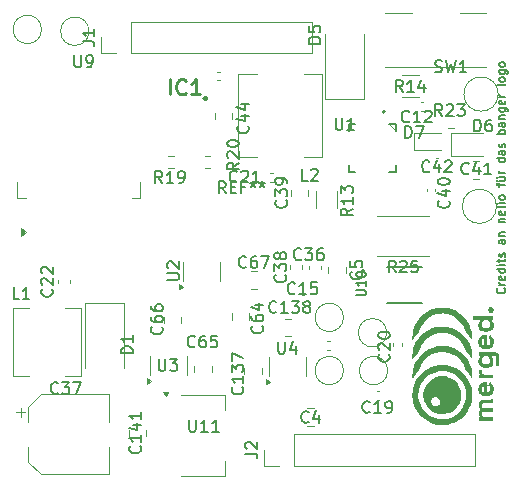
<source format=gbr>
%TF.GenerationSoftware,KiCad,Pcbnew,9.0.0*%
%TF.CreationDate,2026-01-02T12:21:10+01:00*%
%TF.ProjectId,PowerSupply,506f7765-7253-4757-9070-6c792e6b6963,rev?*%
%TF.SameCoordinates,Original*%
%TF.FileFunction,Legend,Top*%
%TF.FilePolarity,Positive*%
%FSLAX46Y46*%
G04 Gerber Fmt 4.6, Leading zero omitted, Abs format (unit mm)*
G04 Created by KiCad (PCBNEW 9.0.0) date 2026-01-02 12:21:10*
%MOMM*%
%LPD*%
G01*
G04 APERTURE LIST*
%ADD10C,0.175000*%
%ADD11C,0.150000*%
%ADD12C,0.254000*%
%ADD13C,0.120000*%
%ADD14C,0.127000*%
%ADD15C,0.100000*%
%ADD16C,0.200000*%
%ADD17C,0.000000*%
%ADD18C,0.250000*%
G04 APERTURE END LIST*
D10*
X506683566Y-311923202D02*
X506716900Y-311956535D01*
X506716900Y-311956535D02*
X506750233Y-312056535D01*
X506750233Y-312056535D02*
X506750233Y-312123202D01*
X506750233Y-312123202D02*
X506716900Y-312223202D01*
X506716900Y-312223202D02*
X506650233Y-312289869D01*
X506650233Y-312289869D02*
X506583566Y-312323202D01*
X506583566Y-312323202D02*
X506450233Y-312356535D01*
X506450233Y-312356535D02*
X506350233Y-312356535D01*
X506350233Y-312356535D02*
X506216900Y-312323202D01*
X506216900Y-312323202D02*
X506150233Y-312289869D01*
X506150233Y-312289869D02*
X506083566Y-312223202D01*
X506083566Y-312223202D02*
X506050233Y-312123202D01*
X506050233Y-312123202D02*
X506050233Y-312056535D01*
X506050233Y-312056535D02*
X506083566Y-311956535D01*
X506083566Y-311956535D02*
X506116900Y-311923202D01*
X506750233Y-311623202D02*
X506283566Y-311623202D01*
X506416900Y-311623202D02*
X506350233Y-311589869D01*
X506350233Y-311589869D02*
X506316900Y-311556535D01*
X506316900Y-311556535D02*
X506283566Y-311489869D01*
X506283566Y-311489869D02*
X506283566Y-311423202D01*
X506716900Y-310923202D02*
X506750233Y-310989869D01*
X506750233Y-310989869D02*
X506750233Y-311123202D01*
X506750233Y-311123202D02*
X506716900Y-311189869D01*
X506716900Y-311189869D02*
X506650233Y-311223202D01*
X506650233Y-311223202D02*
X506383566Y-311223202D01*
X506383566Y-311223202D02*
X506316900Y-311189869D01*
X506316900Y-311189869D02*
X506283566Y-311123202D01*
X506283566Y-311123202D02*
X506283566Y-310989869D01*
X506283566Y-310989869D02*
X506316900Y-310923202D01*
X506316900Y-310923202D02*
X506383566Y-310889869D01*
X506383566Y-310889869D02*
X506450233Y-310889869D01*
X506450233Y-310889869D02*
X506516900Y-311223202D01*
X506750233Y-310289869D02*
X506050233Y-310289869D01*
X506716900Y-310289869D02*
X506750233Y-310356536D01*
X506750233Y-310356536D02*
X506750233Y-310489869D01*
X506750233Y-310489869D02*
X506716900Y-310556536D01*
X506716900Y-310556536D02*
X506683566Y-310589869D01*
X506683566Y-310589869D02*
X506616900Y-310623202D01*
X506616900Y-310623202D02*
X506416900Y-310623202D01*
X506416900Y-310623202D02*
X506350233Y-310589869D01*
X506350233Y-310589869D02*
X506316900Y-310556536D01*
X506316900Y-310556536D02*
X506283566Y-310489869D01*
X506283566Y-310489869D02*
X506283566Y-310356536D01*
X506283566Y-310356536D02*
X506316900Y-310289869D01*
X506750233Y-309956536D02*
X506283566Y-309956536D01*
X506050233Y-309956536D02*
X506083566Y-309989869D01*
X506083566Y-309989869D02*
X506116900Y-309956536D01*
X506116900Y-309956536D02*
X506083566Y-309923203D01*
X506083566Y-309923203D02*
X506050233Y-309956536D01*
X506050233Y-309956536D02*
X506116900Y-309956536D01*
X506283566Y-309723203D02*
X506283566Y-309456536D01*
X506050233Y-309623203D02*
X506650233Y-309623203D01*
X506650233Y-309623203D02*
X506716900Y-309589870D01*
X506716900Y-309589870D02*
X506750233Y-309523203D01*
X506750233Y-309523203D02*
X506750233Y-309456536D01*
X506716900Y-309256536D02*
X506750233Y-309189870D01*
X506750233Y-309189870D02*
X506750233Y-309056536D01*
X506750233Y-309056536D02*
X506716900Y-308989870D01*
X506716900Y-308989870D02*
X506650233Y-308956536D01*
X506650233Y-308956536D02*
X506616900Y-308956536D01*
X506616900Y-308956536D02*
X506550233Y-308989870D01*
X506550233Y-308989870D02*
X506516900Y-309056536D01*
X506516900Y-309056536D02*
X506516900Y-309156536D01*
X506516900Y-309156536D02*
X506483566Y-309223203D01*
X506483566Y-309223203D02*
X506416900Y-309256536D01*
X506416900Y-309256536D02*
X506383566Y-309256536D01*
X506383566Y-309256536D02*
X506316900Y-309223203D01*
X506316900Y-309223203D02*
X506283566Y-309156536D01*
X506283566Y-309156536D02*
X506283566Y-309056536D01*
X506283566Y-309056536D02*
X506316900Y-308989870D01*
X506750233Y-307823203D02*
X506383566Y-307823203D01*
X506383566Y-307823203D02*
X506316900Y-307856536D01*
X506316900Y-307856536D02*
X506283566Y-307923203D01*
X506283566Y-307923203D02*
X506283566Y-308056536D01*
X506283566Y-308056536D02*
X506316900Y-308123203D01*
X506716900Y-307823203D02*
X506750233Y-307889870D01*
X506750233Y-307889870D02*
X506750233Y-308056536D01*
X506750233Y-308056536D02*
X506716900Y-308123203D01*
X506716900Y-308123203D02*
X506650233Y-308156536D01*
X506650233Y-308156536D02*
X506583566Y-308156536D01*
X506583566Y-308156536D02*
X506516900Y-308123203D01*
X506516900Y-308123203D02*
X506483566Y-308056536D01*
X506483566Y-308056536D02*
X506483566Y-307889870D01*
X506483566Y-307889870D02*
X506450233Y-307823203D01*
X506283566Y-307489870D02*
X506750233Y-307489870D01*
X506350233Y-307489870D02*
X506316900Y-307456537D01*
X506316900Y-307456537D02*
X506283566Y-307389870D01*
X506283566Y-307389870D02*
X506283566Y-307289870D01*
X506283566Y-307289870D02*
X506316900Y-307223203D01*
X506316900Y-307223203D02*
X506383566Y-307189870D01*
X506383566Y-307189870D02*
X506750233Y-307189870D01*
X506283566Y-306323204D02*
X506750233Y-306323204D01*
X506350233Y-306323204D02*
X506316900Y-306289871D01*
X506316900Y-306289871D02*
X506283566Y-306223204D01*
X506283566Y-306223204D02*
X506283566Y-306123204D01*
X506283566Y-306123204D02*
X506316900Y-306056537D01*
X506316900Y-306056537D02*
X506383566Y-306023204D01*
X506383566Y-306023204D02*
X506750233Y-306023204D01*
X506716900Y-305423204D02*
X506750233Y-305489871D01*
X506750233Y-305489871D02*
X506750233Y-305623204D01*
X506750233Y-305623204D02*
X506716900Y-305689871D01*
X506716900Y-305689871D02*
X506650233Y-305723204D01*
X506650233Y-305723204D02*
X506383566Y-305723204D01*
X506383566Y-305723204D02*
X506316900Y-305689871D01*
X506316900Y-305689871D02*
X506283566Y-305623204D01*
X506283566Y-305623204D02*
X506283566Y-305489871D01*
X506283566Y-305489871D02*
X506316900Y-305423204D01*
X506316900Y-305423204D02*
X506383566Y-305389871D01*
X506383566Y-305389871D02*
X506450233Y-305389871D01*
X506450233Y-305389871D02*
X506516900Y-305723204D01*
X506750233Y-304989871D02*
X506716900Y-305056538D01*
X506716900Y-305056538D02*
X506650233Y-305089871D01*
X506650233Y-305089871D02*
X506050233Y-305089871D01*
X506750233Y-304723204D02*
X506283566Y-304723204D01*
X506050233Y-304723204D02*
X506083566Y-304756537D01*
X506083566Y-304756537D02*
X506116900Y-304723204D01*
X506116900Y-304723204D02*
X506083566Y-304689871D01*
X506083566Y-304689871D02*
X506050233Y-304723204D01*
X506050233Y-304723204D02*
X506116900Y-304723204D01*
X506750233Y-304289871D02*
X506716900Y-304356538D01*
X506716900Y-304356538D02*
X506683566Y-304389871D01*
X506683566Y-304389871D02*
X506616900Y-304423204D01*
X506616900Y-304423204D02*
X506416900Y-304423204D01*
X506416900Y-304423204D02*
X506350233Y-304389871D01*
X506350233Y-304389871D02*
X506316900Y-304356538D01*
X506316900Y-304356538D02*
X506283566Y-304289871D01*
X506283566Y-304289871D02*
X506283566Y-304189871D01*
X506283566Y-304189871D02*
X506316900Y-304123204D01*
X506316900Y-304123204D02*
X506350233Y-304089871D01*
X506350233Y-304089871D02*
X506416900Y-304056538D01*
X506416900Y-304056538D02*
X506616900Y-304056538D01*
X506616900Y-304056538D02*
X506683566Y-304089871D01*
X506683566Y-304089871D02*
X506716900Y-304123204D01*
X506716900Y-304123204D02*
X506750233Y-304189871D01*
X506750233Y-304189871D02*
X506750233Y-304289871D01*
X506283566Y-303323205D02*
X506283566Y-303056538D01*
X506750233Y-303223205D02*
X506150233Y-303223205D01*
X506150233Y-303223205D02*
X506083566Y-303189872D01*
X506083566Y-303189872D02*
X506050233Y-303123205D01*
X506050233Y-303123205D02*
X506050233Y-303056538D01*
X506283566Y-302523205D02*
X506750233Y-302523205D01*
X506283566Y-302823205D02*
X506650233Y-302823205D01*
X506650233Y-302823205D02*
X506716900Y-302789872D01*
X506716900Y-302789872D02*
X506750233Y-302723205D01*
X506750233Y-302723205D02*
X506750233Y-302623205D01*
X506750233Y-302623205D02*
X506716900Y-302556538D01*
X506716900Y-302556538D02*
X506683566Y-302523205D01*
X506050233Y-302789872D02*
X506083566Y-302756538D01*
X506083566Y-302756538D02*
X506116900Y-302789872D01*
X506116900Y-302789872D02*
X506083566Y-302823205D01*
X506083566Y-302823205D02*
X506050233Y-302789872D01*
X506050233Y-302789872D02*
X506116900Y-302789872D01*
X506050233Y-302523205D02*
X506083566Y-302489872D01*
X506083566Y-302489872D02*
X506116900Y-302523205D01*
X506116900Y-302523205D02*
X506083566Y-302556538D01*
X506083566Y-302556538D02*
X506050233Y-302523205D01*
X506050233Y-302523205D02*
X506116900Y-302523205D01*
X506750233Y-302189872D02*
X506283566Y-302189872D01*
X506416900Y-302189872D02*
X506350233Y-302156539D01*
X506350233Y-302156539D02*
X506316900Y-302123205D01*
X506316900Y-302123205D02*
X506283566Y-302056539D01*
X506283566Y-302056539D02*
X506283566Y-301989872D01*
X506750233Y-300923206D02*
X506050233Y-300923206D01*
X506716900Y-300923206D02*
X506750233Y-300989873D01*
X506750233Y-300989873D02*
X506750233Y-301123206D01*
X506750233Y-301123206D02*
X506716900Y-301189873D01*
X506716900Y-301189873D02*
X506683566Y-301223206D01*
X506683566Y-301223206D02*
X506616900Y-301256539D01*
X506616900Y-301256539D02*
X506416900Y-301256539D01*
X506416900Y-301256539D02*
X506350233Y-301223206D01*
X506350233Y-301223206D02*
X506316900Y-301189873D01*
X506316900Y-301189873D02*
X506283566Y-301123206D01*
X506283566Y-301123206D02*
X506283566Y-300989873D01*
X506283566Y-300989873D02*
X506316900Y-300923206D01*
X506750233Y-300289873D02*
X506383566Y-300289873D01*
X506383566Y-300289873D02*
X506316900Y-300323206D01*
X506316900Y-300323206D02*
X506283566Y-300389873D01*
X506283566Y-300389873D02*
X506283566Y-300523206D01*
X506283566Y-300523206D02*
X506316900Y-300589873D01*
X506716900Y-300289873D02*
X506750233Y-300356540D01*
X506750233Y-300356540D02*
X506750233Y-300523206D01*
X506750233Y-300523206D02*
X506716900Y-300589873D01*
X506716900Y-300589873D02*
X506650233Y-300623206D01*
X506650233Y-300623206D02*
X506583566Y-300623206D01*
X506583566Y-300623206D02*
X506516900Y-300589873D01*
X506516900Y-300589873D02*
X506483566Y-300523206D01*
X506483566Y-300523206D02*
X506483566Y-300356540D01*
X506483566Y-300356540D02*
X506450233Y-300289873D01*
X506716900Y-299989873D02*
X506750233Y-299923207D01*
X506750233Y-299923207D02*
X506750233Y-299789873D01*
X506750233Y-299789873D02*
X506716900Y-299723207D01*
X506716900Y-299723207D02*
X506650233Y-299689873D01*
X506650233Y-299689873D02*
X506616900Y-299689873D01*
X506616900Y-299689873D02*
X506550233Y-299723207D01*
X506550233Y-299723207D02*
X506516900Y-299789873D01*
X506516900Y-299789873D02*
X506516900Y-299889873D01*
X506516900Y-299889873D02*
X506483566Y-299956540D01*
X506483566Y-299956540D02*
X506416900Y-299989873D01*
X506416900Y-299989873D02*
X506383566Y-299989873D01*
X506383566Y-299989873D02*
X506316900Y-299956540D01*
X506316900Y-299956540D02*
X506283566Y-299889873D01*
X506283566Y-299889873D02*
X506283566Y-299789873D01*
X506283566Y-299789873D02*
X506316900Y-299723207D01*
X506750233Y-298856540D02*
X506050233Y-298856540D01*
X506316900Y-298856540D02*
X506283566Y-298789873D01*
X506283566Y-298789873D02*
X506283566Y-298656540D01*
X506283566Y-298656540D02*
X506316900Y-298589873D01*
X506316900Y-298589873D02*
X506350233Y-298556540D01*
X506350233Y-298556540D02*
X506416900Y-298523207D01*
X506416900Y-298523207D02*
X506616900Y-298523207D01*
X506616900Y-298523207D02*
X506683566Y-298556540D01*
X506683566Y-298556540D02*
X506716900Y-298589873D01*
X506716900Y-298589873D02*
X506750233Y-298656540D01*
X506750233Y-298656540D02*
X506750233Y-298789873D01*
X506750233Y-298789873D02*
X506716900Y-298856540D01*
X506750233Y-297923207D02*
X506383566Y-297923207D01*
X506383566Y-297923207D02*
X506316900Y-297956540D01*
X506316900Y-297956540D02*
X506283566Y-298023207D01*
X506283566Y-298023207D02*
X506283566Y-298156540D01*
X506283566Y-298156540D02*
X506316900Y-298223207D01*
X506716900Y-297923207D02*
X506750233Y-297989874D01*
X506750233Y-297989874D02*
X506750233Y-298156540D01*
X506750233Y-298156540D02*
X506716900Y-298223207D01*
X506716900Y-298223207D02*
X506650233Y-298256540D01*
X506650233Y-298256540D02*
X506583566Y-298256540D01*
X506583566Y-298256540D02*
X506516900Y-298223207D01*
X506516900Y-298223207D02*
X506483566Y-298156540D01*
X506483566Y-298156540D02*
X506483566Y-297989874D01*
X506483566Y-297989874D02*
X506450233Y-297923207D01*
X506283566Y-297589874D02*
X506750233Y-297589874D01*
X506350233Y-297589874D02*
X506316900Y-297556541D01*
X506316900Y-297556541D02*
X506283566Y-297489874D01*
X506283566Y-297489874D02*
X506283566Y-297389874D01*
X506283566Y-297389874D02*
X506316900Y-297323207D01*
X506316900Y-297323207D02*
X506383566Y-297289874D01*
X506383566Y-297289874D02*
X506750233Y-297289874D01*
X506283566Y-296656541D02*
X506850233Y-296656541D01*
X506850233Y-296656541D02*
X506916900Y-296689874D01*
X506916900Y-296689874D02*
X506950233Y-296723208D01*
X506950233Y-296723208D02*
X506983566Y-296789874D01*
X506983566Y-296789874D02*
X506983566Y-296889874D01*
X506983566Y-296889874D02*
X506950233Y-296956541D01*
X506716900Y-296656541D02*
X506750233Y-296723208D01*
X506750233Y-296723208D02*
X506750233Y-296856541D01*
X506750233Y-296856541D02*
X506716900Y-296923208D01*
X506716900Y-296923208D02*
X506683566Y-296956541D01*
X506683566Y-296956541D02*
X506616900Y-296989874D01*
X506616900Y-296989874D02*
X506416900Y-296989874D01*
X506416900Y-296989874D02*
X506350233Y-296956541D01*
X506350233Y-296956541D02*
X506316900Y-296923208D01*
X506316900Y-296923208D02*
X506283566Y-296856541D01*
X506283566Y-296856541D02*
X506283566Y-296723208D01*
X506283566Y-296723208D02*
X506316900Y-296656541D01*
X506716900Y-296056541D02*
X506750233Y-296123208D01*
X506750233Y-296123208D02*
X506750233Y-296256541D01*
X506750233Y-296256541D02*
X506716900Y-296323208D01*
X506716900Y-296323208D02*
X506650233Y-296356541D01*
X506650233Y-296356541D02*
X506383566Y-296356541D01*
X506383566Y-296356541D02*
X506316900Y-296323208D01*
X506316900Y-296323208D02*
X506283566Y-296256541D01*
X506283566Y-296256541D02*
X506283566Y-296123208D01*
X506283566Y-296123208D02*
X506316900Y-296056541D01*
X506316900Y-296056541D02*
X506383566Y-296023208D01*
X506383566Y-296023208D02*
X506450233Y-296023208D01*
X506450233Y-296023208D02*
X506516900Y-296356541D01*
X506750233Y-295723208D02*
X506283566Y-295723208D01*
X506416900Y-295723208D02*
X506350233Y-295689875D01*
X506350233Y-295689875D02*
X506316900Y-295656541D01*
X506316900Y-295656541D02*
X506283566Y-295589875D01*
X506283566Y-295589875D02*
X506283566Y-295523208D01*
X506750233Y-294656542D02*
X506716900Y-294723209D01*
X506716900Y-294723209D02*
X506650233Y-294756542D01*
X506650233Y-294756542D02*
X506050233Y-294756542D01*
X506750233Y-294289875D02*
X506716900Y-294356542D01*
X506716900Y-294356542D02*
X506683566Y-294389875D01*
X506683566Y-294389875D02*
X506616900Y-294423208D01*
X506616900Y-294423208D02*
X506416900Y-294423208D01*
X506416900Y-294423208D02*
X506350233Y-294389875D01*
X506350233Y-294389875D02*
X506316900Y-294356542D01*
X506316900Y-294356542D02*
X506283566Y-294289875D01*
X506283566Y-294289875D02*
X506283566Y-294189875D01*
X506283566Y-294189875D02*
X506316900Y-294123208D01*
X506316900Y-294123208D02*
X506350233Y-294089875D01*
X506350233Y-294089875D02*
X506416900Y-294056542D01*
X506416900Y-294056542D02*
X506616900Y-294056542D01*
X506616900Y-294056542D02*
X506683566Y-294089875D01*
X506683566Y-294089875D02*
X506716900Y-294123208D01*
X506716900Y-294123208D02*
X506750233Y-294189875D01*
X506750233Y-294189875D02*
X506750233Y-294289875D01*
X506283566Y-293456542D02*
X506850233Y-293456542D01*
X506850233Y-293456542D02*
X506916900Y-293489875D01*
X506916900Y-293489875D02*
X506950233Y-293523209D01*
X506950233Y-293523209D02*
X506983566Y-293589875D01*
X506983566Y-293589875D02*
X506983566Y-293689875D01*
X506983566Y-293689875D02*
X506950233Y-293756542D01*
X506716900Y-293456542D02*
X506750233Y-293523209D01*
X506750233Y-293523209D02*
X506750233Y-293656542D01*
X506750233Y-293656542D02*
X506716900Y-293723209D01*
X506716900Y-293723209D02*
X506683566Y-293756542D01*
X506683566Y-293756542D02*
X506616900Y-293789875D01*
X506616900Y-293789875D02*
X506416900Y-293789875D01*
X506416900Y-293789875D02*
X506350233Y-293756542D01*
X506350233Y-293756542D02*
X506316900Y-293723209D01*
X506316900Y-293723209D02*
X506283566Y-293656542D01*
X506283566Y-293656542D02*
X506283566Y-293523209D01*
X506283566Y-293523209D02*
X506316900Y-293456542D01*
X506750233Y-293023209D02*
X506716900Y-293089876D01*
X506716900Y-293089876D02*
X506683566Y-293123209D01*
X506683566Y-293123209D02*
X506616900Y-293156542D01*
X506616900Y-293156542D02*
X506416900Y-293156542D01*
X506416900Y-293156542D02*
X506350233Y-293123209D01*
X506350233Y-293123209D02*
X506316900Y-293089876D01*
X506316900Y-293089876D02*
X506283566Y-293023209D01*
X506283566Y-293023209D02*
X506283566Y-292923209D01*
X506283566Y-292923209D02*
X506316900Y-292856542D01*
X506316900Y-292856542D02*
X506350233Y-292823209D01*
X506350233Y-292823209D02*
X506416900Y-292789876D01*
X506416900Y-292789876D02*
X506616900Y-292789876D01*
X506616900Y-292789876D02*
X506683566Y-292823209D01*
X506683566Y-292823209D02*
X506716900Y-292856542D01*
X506716900Y-292856542D02*
X506750233Y-292923209D01*
X506750233Y-292923209D02*
X506750233Y-293023209D01*
D11*
X475239819Y-317423094D02*
X474239819Y-317423094D01*
X474239819Y-317423094D02*
X474239819Y-317184999D01*
X474239819Y-317184999D02*
X474287438Y-317042142D01*
X474287438Y-317042142D02*
X474382676Y-316946904D01*
X474382676Y-316946904D02*
X474477914Y-316899285D01*
X474477914Y-316899285D02*
X474668390Y-316851666D01*
X474668390Y-316851666D02*
X474811247Y-316851666D01*
X474811247Y-316851666D02*
X475001723Y-316899285D01*
X475001723Y-316899285D02*
X475096961Y-316946904D01*
X475096961Y-316946904D02*
X475192200Y-317042142D01*
X475192200Y-317042142D02*
X475239819Y-317184999D01*
X475239819Y-317184999D02*
X475239819Y-317423094D01*
X475239819Y-315899285D02*
X475239819Y-316470713D01*
X475239819Y-316184999D02*
X474239819Y-316184999D01*
X474239819Y-316184999D02*
X474382676Y-316280237D01*
X474382676Y-316280237D02*
X474477914Y-316375475D01*
X474477914Y-316375475D02*
X474525533Y-316470713D01*
X487548095Y-316454819D02*
X487548095Y-317264342D01*
X487548095Y-317264342D02*
X487595714Y-317359580D01*
X487595714Y-317359580D02*
X487643333Y-317407200D01*
X487643333Y-317407200D02*
X487738571Y-317454819D01*
X487738571Y-317454819D02*
X487929047Y-317454819D01*
X487929047Y-317454819D02*
X488024285Y-317407200D01*
X488024285Y-317407200D02*
X488071904Y-317359580D01*
X488071904Y-317359580D02*
X488119523Y-317264342D01*
X488119523Y-317264342D02*
X488119523Y-316454819D01*
X489024285Y-316788152D02*
X489024285Y-317454819D01*
X488786190Y-316407200D02*
X488548095Y-317121485D01*
X488548095Y-317121485D02*
X489167142Y-317121485D01*
X501974580Y-304512857D02*
X502022200Y-304560476D01*
X502022200Y-304560476D02*
X502069819Y-304703333D01*
X502069819Y-304703333D02*
X502069819Y-304798571D01*
X502069819Y-304798571D02*
X502022200Y-304941428D01*
X502022200Y-304941428D02*
X501926961Y-305036666D01*
X501926961Y-305036666D02*
X501831723Y-305084285D01*
X501831723Y-305084285D02*
X501641247Y-305131904D01*
X501641247Y-305131904D02*
X501498390Y-305131904D01*
X501498390Y-305131904D02*
X501307914Y-305084285D01*
X501307914Y-305084285D02*
X501212676Y-305036666D01*
X501212676Y-305036666D02*
X501117438Y-304941428D01*
X501117438Y-304941428D02*
X501069819Y-304798571D01*
X501069819Y-304798571D02*
X501069819Y-304703333D01*
X501069819Y-304703333D02*
X501117438Y-304560476D01*
X501117438Y-304560476D02*
X501165057Y-304512857D01*
X501403152Y-303655714D02*
X502069819Y-303655714D01*
X501022200Y-303893809D02*
X501736485Y-304131904D01*
X501736485Y-304131904D02*
X501736485Y-303512857D01*
X501069819Y-302941428D02*
X501069819Y-302846190D01*
X501069819Y-302846190D02*
X501117438Y-302750952D01*
X501117438Y-302750952D02*
X501165057Y-302703333D01*
X501165057Y-302703333D02*
X501260295Y-302655714D01*
X501260295Y-302655714D02*
X501450771Y-302608095D01*
X501450771Y-302608095D02*
X501688866Y-302608095D01*
X501688866Y-302608095D02*
X501879342Y-302655714D01*
X501879342Y-302655714D02*
X501974580Y-302703333D01*
X501974580Y-302703333D02*
X502022200Y-302750952D01*
X502022200Y-302750952D02*
X502069819Y-302846190D01*
X502069819Y-302846190D02*
X502069819Y-302941428D01*
X502069819Y-302941428D02*
X502022200Y-303036666D01*
X502022200Y-303036666D02*
X501974580Y-303084285D01*
X501974580Y-303084285D02*
X501879342Y-303131904D01*
X501879342Y-303131904D02*
X501688866Y-303179523D01*
X501688866Y-303179523D02*
X501450771Y-303179523D01*
X501450771Y-303179523D02*
X501260295Y-303131904D01*
X501260295Y-303131904D02*
X501165057Y-303084285D01*
X501165057Y-303084285D02*
X501117438Y-303036666D01*
X501117438Y-303036666D02*
X501069819Y-302941428D01*
X487405952Y-313914580D02*
X487358333Y-313962200D01*
X487358333Y-313962200D02*
X487215476Y-314009819D01*
X487215476Y-314009819D02*
X487120238Y-314009819D01*
X487120238Y-314009819D02*
X486977381Y-313962200D01*
X486977381Y-313962200D02*
X486882143Y-313866961D01*
X486882143Y-313866961D02*
X486834524Y-313771723D01*
X486834524Y-313771723D02*
X486786905Y-313581247D01*
X486786905Y-313581247D02*
X486786905Y-313438390D01*
X486786905Y-313438390D02*
X486834524Y-313247914D01*
X486834524Y-313247914D02*
X486882143Y-313152676D01*
X486882143Y-313152676D02*
X486977381Y-313057438D01*
X486977381Y-313057438D02*
X487120238Y-313009819D01*
X487120238Y-313009819D02*
X487215476Y-313009819D01*
X487215476Y-313009819D02*
X487358333Y-313057438D01*
X487358333Y-313057438D02*
X487405952Y-313105057D01*
X488358333Y-314009819D02*
X487786905Y-314009819D01*
X488072619Y-314009819D02*
X488072619Y-313009819D01*
X488072619Y-313009819D02*
X487977381Y-313152676D01*
X487977381Y-313152676D02*
X487882143Y-313247914D01*
X487882143Y-313247914D02*
X487786905Y-313295533D01*
X488691667Y-313009819D02*
X489310714Y-313009819D01*
X489310714Y-313009819D02*
X488977381Y-313390771D01*
X488977381Y-313390771D02*
X489120238Y-313390771D01*
X489120238Y-313390771D02*
X489215476Y-313438390D01*
X489215476Y-313438390D02*
X489263095Y-313486009D01*
X489263095Y-313486009D02*
X489310714Y-313581247D01*
X489310714Y-313581247D02*
X489310714Y-313819342D01*
X489310714Y-313819342D02*
X489263095Y-313914580D01*
X489263095Y-313914580D02*
X489215476Y-313962200D01*
X489215476Y-313962200D02*
X489120238Y-314009819D01*
X489120238Y-314009819D02*
X488834524Y-314009819D01*
X488834524Y-314009819D02*
X488739286Y-313962200D01*
X488739286Y-313962200D02*
X488691667Y-313914580D01*
X489882143Y-313438390D02*
X489786905Y-313390771D01*
X489786905Y-313390771D02*
X489739286Y-313343152D01*
X489739286Y-313343152D02*
X489691667Y-313247914D01*
X489691667Y-313247914D02*
X489691667Y-313200295D01*
X489691667Y-313200295D02*
X489739286Y-313105057D01*
X489739286Y-313105057D02*
X489786905Y-313057438D01*
X489786905Y-313057438D02*
X489882143Y-313009819D01*
X489882143Y-313009819D02*
X490072619Y-313009819D01*
X490072619Y-313009819D02*
X490167857Y-313057438D01*
X490167857Y-313057438D02*
X490215476Y-313105057D01*
X490215476Y-313105057D02*
X490263095Y-313200295D01*
X490263095Y-313200295D02*
X490263095Y-313247914D01*
X490263095Y-313247914D02*
X490215476Y-313343152D01*
X490215476Y-313343152D02*
X490167857Y-313390771D01*
X490167857Y-313390771D02*
X490072619Y-313438390D01*
X490072619Y-313438390D02*
X489882143Y-313438390D01*
X489882143Y-313438390D02*
X489786905Y-313486009D01*
X489786905Y-313486009D02*
X489739286Y-313533628D01*
X489739286Y-313533628D02*
X489691667Y-313628866D01*
X489691667Y-313628866D02*
X489691667Y-313819342D01*
X489691667Y-313819342D02*
X489739286Y-313914580D01*
X489739286Y-313914580D02*
X489786905Y-313962200D01*
X489786905Y-313962200D02*
X489882143Y-314009819D01*
X489882143Y-314009819D02*
X490072619Y-314009819D01*
X490072619Y-314009819D02*
X490167857Y-313962200D01*
X490167857Y-313962200D02*
X490215476Y-313914580D01*
X490215476Y-313914580D02*
X490263095Y-313819342D01*
X490263095Y-313819342D02*
X490263095Y-313628866D01*
X490263095Y-313628866D02*
X490215476Y-313533628D01*
X490215476Y-313533628D02*
X490167857Y-313486009D01*
X490167857Y-313486009D02*
X490072619Y-313438390D01*
X492413095Y-297509819D02*
X492413095Y-298319342D01*
X492413095Y-298319342D02*
X492460714Y-298414580D01*
X492460714Y-298414580D02*
X492508333Y-298462200D01*
X492508333Y-298462200D02*
X492603571Y-298509819D01*
X492603571Y-298509819D02*
X492794047Y-298509819D01*
X492794047Y-298509819D02*
X492889285Y-298462200D01*
X492889285Y-298462200D02*
X492936904Y-298414580D01*
X492936904Y-298414580D02*
X492984523Y-298319342D01*
X492984523Y-298319342D02*
X492984523Y-297509819D01*
X493984523Y-298509819D02*
X493413095Y-298509819D01*
X493698809Y-298509819D02*
X493698809Y-297509819D01*
X493698809Y-297509819D02*
X493603571Y-297652676D01*
X493603571Y-297652676D02*
X493508333Y-297747914D01*
X493508333Y-297747914D02*
X493413095Y-297795533D01*
X477674580Y-315197857D02*
X477722200Y-315245476D01*
X477722200Y-315245476D02*
X477769819Y-315388333D01*
X477769819Y-315388333D02*
X477769819Y-315483571D01*
X477769819Y-315483571D02*
X477722200Y-315626428D01*
X477722200Y-315626428D02*
X477626961Y-315721666D01*
X477626961Y-315721666D02*
X477531723Y-315769285D01*
X477531723Y-315769285D02*
X477341247Y-315816904D01*
X477341247Y-315816904D02*
X477198390Y-315816904D01*
X477198390Y-315816904D02*
X477007914Y-315769285D01*
X477007914Y-315769285D02*
X476912676Y-315721666D01*
X476912676Y-315721666D02*
X476817438Y-315626428D01*
X476817438Y-315626428D02*
X476769819Y-315483571D01*
X476769819Y-315483571D02*
X476769819Y-315388333D01*
X476769819Y-315388333D02*
X476817438Y-315245476D01*
X476817438Y-315245476D02*
X476865057Y-315197857D01*
X476769819Y-314340714D02*
X476769819Y-314531190D01*
X476769819Y-314531190D02*
X476817438Y-314626428D01*
X476817438Y-314626428D02*
X476865057Y-314674047D01*
X476865057Y-314674047D02*
X477007914Y-314769285D01*
X477007914Y-314769285D02*
X477198390Y-314816904D01*
X477198390Y-314816904D02*
X477579342Y-314816904D01*
X477579342Y-314816904D02*
X477674580Y-314769285D01*
X477674580Y-314769285D02*
X477722200Y-314721666D01*
X477722200Y-314721666D02*
X477769819Y-314626428D01*
X477769819Y-314626428D02*
X477769819Y-314435952D01*
X477769819Y-314435952D02*
X477722200Y-314340714D01*
X477722200Y-314340714D02*
X477674580Y-314293095D01*
X477674580Y-314293095D02*
X477579342Y-314245476D01*
X477579342Y-314245476D02*
X477341247Y-314245476D01*
X477341247Y-314245476D02*
X477246009Y-314293095D01*
X477246009Y-314293095D02*
X477198390Y-314340714D01*
X477198390Y-314340714D02*
X477150771Y-314435952D01*
X477150771Y-314435952D02*
X477150771Y-314626428D01*
X477150771Y-314626428D02*
X477198390Y-314721666D01*
X477198390Y-314721666D02*
X477246009Y-314769285D01*
X477246009Y-314769285D02*
X477341247Y-314816904D01*
X476769819Y-313388333D02*
X476769819Y-313578809D01*
X476769819Y-313578809D02*
X476817438Y-313674047D01*
X476817438Y-313674047D02*
X476865057Y-313721666D01*
X476865057Y-313721666D02*
X477007914Y-313816904D01*
X477007914Y-313816904D02*
X477198390Y-313864523D01*
X477198390Y-313864523D02*
X477579342Y-313864523D01*
X477579342Y-313864523D02*
X477674580Y-313816904D01*
X477674580Y-313816904D02*
X477722200Y-313769285D01*
X477722200Y-313769285D02*
X477769819Y-313674047D01*
X477769819Y-313674047D02*
X477769819Y-313483571D01*
X477769819Y-313483571D02*
X477722200Y-313388333D01*
X477722200Y-313388333D02*
X477674580Y-313340714D01*
X477674580Y-313340714D02*
X477579342Y-313293095D01*
X477579342Y-313293095D02*
X477341247Y-313293095D01*
X477341247Y-313293095D02*
X477246009Y-313340714D01*
X477246009Y-313340714D02*
X477198390Y-313388333D01*
X477198390Y-313388333D02*
X477150771Y-313483571D01*
X477150771Y-313483571D02*
X477150771Y-313674047D01*
X477150771Y-313674047D02*
X477198390Y-313769285D01*
X477198390Y-313769285D02*
X477246009Y-313816904D01*
X477246009Y-313816904D02*
X477341247Y-313864523D01*
X494157295Y-312535475D02*
X494804914Y-312535475D01*
X494804914Y-312535475D02*
X494881104Y-312497380D01*
X494881104Y-312497380D02*
X494919200Y-312459285D01*
X494919200Y-312459285D02*
X494957295Y-312383094D01*
X494957295Y-312383094D02*
X494957295Y-312230713D01*
X494957295Y-312230713D02*
X494919200Y-312154523D01*
X494919200Y-312154523D02*
X494881104Y-312116428D01*
X494881104Y-312116428D02*
X494804914Y-312078332D01*
X494804914Y-312078332D02*
X494157295Y-312078332D01*
X494957295Y-311278333D02*
X494957295Y-311735476D01*
X494957295Y-311506904D02*
X494157295Y-311506904D01*
X494157295Y-311506904D02*
X494271580Y-311583095D01*
X494271580Y-311583095D02*
X494347771Y-311659285D01*
X494347771Y-311659285D02*
X494385866Y-311735476D01*
X494157295Y-310783094D02*
X494157295Y-310706904D01*
X494157295Y-310706904D02*
X494195390Y-310630713D01*
X494195390Y-310630713D02*
X494233485Y-310592618D01*
X494233485Y-310592618D02*
X494309676Y-310554523D01*
X494309676Y-310554523D02*
X494462057Y-310516428D01*
X494462057Y-310516428D02*
X494652533Y-310516428D01*
X494652533Y-310516428D02*
X494804914Y-310554523D01*
X494804914Y-310554523D02*
X494881104Y-310592618D01*
X494881104Y-310592618D02*
X494919200Y-310630713D01*
X494919200Y-310630713D02*
X494957295Y-310706904D01*
X494957295Y-310706904D02*
X494957295Y-310783094D01*
X494957295Y-310783094D02*
X494919200Y-310859285D01*
X494919200Y-310859285D02*
X494881104Y-310897380D01*
X494881104Y-310897380D02*
X494804914Y-310935475D01*
X494804914Y-310935475D02*
X494652533Y-310973571D01*
X494652533Y-310973571D02*
X494462057Y-310973571D01*
X494462057Y-310973571D02*
X494309676Y-310935475D01*
X494309676Y-310935475D02*
X494233485Y-310897380D01*
X494233485Y-310897380D02*
X494195390Y-310859285D01*
X494195390Y-310859285D02*
X494157295Y-310783094D01*
X475849580Y-325294047D02*
X475897200Y-325341666D01*
X475897200Y-325341666D02*
X475944819Y-325484523D01*
X475944819Y-325484523D02*
X475944819Y-325579761D01*
X475944819Y-325579761D02*
X475897200Y-325722618D01*
X475897200Y-325722618D02*
X475801961Y-325817856D01*
X475801961Y-325817856D02*
X475706723Y-325865475D01*
X475706723Y-325865475D02*
X475516247Y-325913094D01*
X475516247Y-325913094D02*
X475373390Y-325913094D01*
X475373390Y-325913094D02*
X475182914Y-325865475D01*
X475182914Y-325865475D02*
X475087676Y-325817856D01*
X475087676Y-325817856D02*
X474992438Y-325722618D01*
X474992438Y-325722618D02*
X474944819Y-325579761D01*
X474944819Y-325579761D02*
X474944819Y-325484523D01*
X474944819Y-325484523D02*
X474992438Y-325341666D01*
X474992438Y-325341666D02*
X475040057Y-325294047D01*
X475944819Y-324341666D02*
X475944819Y-324913094D01*
X475944819Y-324627380D02*
X474944819Y-324627380D01*
X474944819Y-324627380D02*
X475087676Y-324722618D01*
X475087676Y-324722618D02*
X475182914Y-324817856D01*
X475182914Y-324817856D02*
X475230533Y-324913094D01*
X475278152Y-323484523D02*
X475944819Y-323484523D01*
X474897200Y-323722618D02*
X475611485Y-323960713D01*
X475611485Y-323960713D02*
X475611485Y-323341666D01*
X475944819Y-322436904D02*
X475944819Y-323008332D01*
X475944819Y-322722618D02*
X474944819Y-322722618D01*
X474944819Y-322722618D02*
X475087676Y-322817856D01*
X475087676Y-322817856D02*
X475182914Y-322913094D01*
X475182914Y-322913094D02*
X475230533Y-323008332D01*
X490053333Y-302824819D02*
X489577143Y-302824819D01*
X489577143Y-302824819D02*
X489577143Y-301824819D01*
X490339048Y-301920057D02*
X490386667Y-301872438D01*
X490386667Y-301872438D02*
X490481905Y-301824819D01*
X490481905Y-301824819D02*
X490720000Y-301824819D01*
X490720000Y-301824819D02*
X490815238Y-301872438D01*
X490815238Y-301872438D02*
X490862857Y-301920057D01*
X490862857Y-301920057D02*
X490910476Y-302015295D01*
X490910476Y-302015295D02*
X490910476Y-302110533D01*
X490910476Y-302110533D02*
X490862857Y-302253390D01*
X490862857Y-302253390D02*
X490291429Y-302824819D01*
X490291429Y-302824819D02*
X490910476Y-302824819D01*
X484827142Y-310102080D02*
X484779523Y-310149700D01*
X484779523Y-310149700D02*
X484636666Y-310197319D01*
X484636666Y-310197319D02*
X484541428Y-310197319D01*
X484541428Y-310197319D02*
X484398571Y-310149700D01*
X484398571Y-310149700D02*
X484303333Y-310054461D01*
X484303333Y-310054461D02*
X484255714Y-309959223D01*
X484255714Y-309959223D02*
X484208095Y-309768747D01*
X484208095Y-309768747D02*
X484208095Y-309625890D01*
X484208095Y-309625890D02*
X484255714Y-309435414D01*
X484255714Y-309435414D02*
X484303333Y-309340176D01*
X484303333Y-309340176D02*
X484398571Y-309244938D01*
X484398571Y-309244938D02*
X484541428Y-309197319D01*
X484541428Y-309197319D02*
X484636666Y-309197319D01*
X484636666Y-309197319D02*
X484779523Y-309244938D01*
X484779523Y-309244938D02*
X484827142Y-309292557D01*
X485684285Y-309197319D02*
X485493809Y-309197319D01*
X485493809Y-309197319D02*
X485398571Y-309244938D01*
X485398571Y-309244938D02*
X485350952Y-309292557D01*
X485350952Y-309292557D02*
X485255714Y-309435414D01*
X485255714Y-309435414D02*
X485208095Y-309625890D01*
X485208095Y-309625890D02*
X485208095Y-310006842D01*
X485208095Y-310006842D02*
X485255714Y-310102080D01*
X485255714Y-310102080D02*
X485303333Y-310149700D01*
X485303333Y-310149700D02*
X485398571Y-310197319D01*
X485398571Y-310197319D02*
X485589047Y-310197319D01*
X485589047Y-310197319D02*
X485684285Y-310149700D01*
X485684285Y-310149700D02*
X485731904Y-310102080D01*
X485731904Y-310102080D02*
X485779523Y-310006842D01*
X485779523Y-310006842D02*
X485779523Y-309768747D01*
X485779523Y-309768747D02*
X485731904Y-309673509D01*
X485731904Y-309673509D02*
X485684285Y-309625890D01*
X485684285Y-309625890D02*
X485589047Y-309578271D01*
X485589047Y-309578271D02*
X485398571Y-309578271D01*
X485398571Y-309578271D02*
X485303333Y-309625890D01*
X485303333Y-309625890D02*
X485255714Y-309673509D01*
X485255714Y-309673509D02*
X485208095Y-309768747D01*
X486112857Y-309197319D02*
X486779523Y-309197319D01*
X486779523Y-309197319D02*
X486350952Y-310197319D01*
X484057142Y-302874580D02*
X484009523Y-302922200D01*
X484009523Y-302922200D02*
X483866666Y-302969819D01*
X483866666Y-302969819D02*
X483771428Y-302969819D01*
X483771428Y-302969819D02*
X483628571Y-302922200D01*
X483628571Y-302922200D02*
X483533333Y-302826961D01*
X483533333Y-302826961D02*
X483485714Y-302731723D01*
X483485714Y-302731723D02*
X483438095Y-302541247D01*
X483438095Y-302541247D02*
X483438095Y-302398390D01*
X483438095Y-302398390D02*
X483485714Y-302207914D01*
X483485714Y-302207914D02*
X483533333Y-302112676D01*
X483533333Y-302112676D02*
X483628571Y-302017438D01*
X483628571Y-302017438D02*
X483771428Y-301969819D01*
X483771428Y-301969819D02*
X483866666Y-301969819D01*
X483866666Y-301969819D02*
X484009523Y-302017438D01*
X484009523Y-302017438D02*
X484057142Y-302065057D01*
X484438095Y-302065057D02*
X484485714Y-302017438D01*
X484485714Y-302017438D02*
X484580952Y-301969819D01*
X484580952Y-301969819D02*
X484819047Y-301969819D01*
X484819047Y-301969819D02*
X484914285Y-302017438D01*
X484914285Y-302017438D02*
X484961904Y-302065057D01*
X484961904Y-302065057D02*
X485009523Y-302160295D01*
X485009523Y-302160295D02*
X485009523Y-302255533D01*
X485009523Y-302255533D02*
X484961904Y-302398390D01*
X484961904Y-302398390D02*
X484390476Y-302969819D01*
X484390476Y-302969819D02*
X485009523Y-302969819D01*
X485961904Y-302969819D02*
X485390476Y-302969819D01*
X485676190Y-302969819D02*
X485676190Y-301969819D01*
X485676190Y-301969819D02*
X485580952Y-302112676D01*
X485580952Y-302112676D02*
X485485714Y-302207914D01*
X485485714Y-302207914D02*
X485390476Y-302255533D01*
X495302142Y-322374580D02*
X495254523Y-322422200D01*
X495254523Y-322422200D02*
X495111666Y-322469819D01*
X495111666Y-322469819D02*
X495016428Y-322469819D01*
X495016428Y-322469819D02*
X494873571Y-322422200D01*
X494873571Y-322422200D02*
X494778333Y-322326961D01*
X494778333Y-322326961D02*
X494730714Y-322231723D01*
X494730714Y-322231723D02*
X494683095Y-322041247D01*
X494683095Y-322041247D02*
X494683095Y-321898390D01*
X494683095Y-321898390D02*
X494730714Y-321707914D01*
X494730714Y-321707914D02*
X494778333Y-321612676D01*
X494778333Y-321612676D02*
X494873571Y-321517438D01*
X494873571Y-321517438D02*
X495016428Y-321469819D01*
X495016428Y-321469819D02*
X495111666Y-321469819D01*
X495111666Y-321469819D02*
X495254523Y-321517438D01*
X495254523Y-321517438D02*
X495302142Y-321565057D01*
X496254523Y-322469819D02*
X495683095Y-322469819D01*
X495968809Y-322469819D02*
X495968809Y-321469819D01*
X495968809Y-321469819D02*
X495873571Y-321612676D01*
X495873571Y-321612676D02*
X495778333Y-321707914D01*
X495778333Y-321707914D02*
X495683095Y-321755533D01*
X496730714Y-322469819D02*
X496921190Y-322469819D01*
X496921190Y-322469819D02*
X497016428Y-322422200D01*
X497016428Y-322422200D02*
X497064047Y-322374580D01*
X497064047Y-322374580D02*
X497159285Y-322231723D01*
X497159285Y-322231723D02*
X497206904Y-322041247D01*
X497206904Y-322041247D02*
X497206904Y-321660295D01*
X497206904Y-321660295D02*
X497159285Y-321565057D01*
X497159285Y-321565057D02*
X497111666Y-321517438D01*
X497111666Y-321517438D02*
X497016428Y-321469819D01*
X497016428Y-321469819D02*
X496825952Y-321469819D01*
X496825952Y-321469819D02*
X496730714Y-321517438D01*
X496730714Y-321517438D02*
X496683095Y-321565057D01*
X496683095Y-321565057D02*
X496635476Y-321660295D01*
X496635476Y-321660295D02*
X496635476Y-321898390D01*
X496635476Y-321898390D02*
X496683095Y-321993628D01*
X496683095Y-321993628D02*
X496730714Y-322041247D01*
X496730714Y-322041247D02*
X496825952Y-322088866D01*
X496825952Y-322088866D02*
X497016428Y-322088866D01*
X497016428Y-322088866D02*
X497111666Y-322041247D01*
X497111666Y-322041247D02*
X497159285Y-321993628D01*
X497159285Y-321993628D02*
X497206904Y-321898390D01*
X480006905Y-323069819D02*
X480006905Y-323879342D01*
X480006905Y-323879342D02*
X480054524Y-323974580D01*
X480054524Y-323974580D02*
X480102143Y-324022200D01*
X480102143Y-324022200D02*
X480197381Y-324069819D01*
X480197381Y-324069819D02*
X480387857Y-324069819D01*
X480387857Y-324069819D02*
X480483095Y-324022200D01*
X480483095Y-324022200D02*
X480530714Y-323974580D01*
X480530714Y-323974580D02*
X480578333Y-323879342D01*
X480578333Y-323879342D02*
X480578333Y-323069819D01*
X481578333Y-324069819D02*
X481006905Y-324069819D01*
X481292619Y-324069819D02*
X481292619Y-323069819D01*
X481292619Y-323069819D02*
X481197381Y-323212676D01*
X481197381Y-323212676D02*
X481102143Y-323307914D01*
X481102143Y-323307914D02*
X481006905Y-323355533D01*
X482530714Y-324069819D02*
X481959286Y-324069819D01*
X482245000Y-324069819D02*
X482245000Y-323069819D01*
X482245000Y-323069819D02*
X482149762Y-323212676D01*
X482149762Y-323212676D02*
X482054524Y-323307914D01*
X482054524Y-323307914D02*
X481959286Y-323355533D01*
X488972142Y-312334580D02*
X488924523Y-312382200D01*
X488924523Y-312382200D02*
X488781666Y-312429819D01*
X488781666Y-312429819D02*
X488686428Y-312429819D01*
X488686428Y-312429819D02*
X488543571Y-312382200D01*
X488543571Y-312382200D02*
X488448333Y-312286961D01*
X488448333Y-312286961D02*
X488400714Y-312191723D01*
X488400714Y-312191723D02*
X488353095Y-312001247D01*
X488353095Y-312001247D02*
X488353095Y-311858390D01*
X488353095Y-311858390D02*
X488400714Y-311667914D01*
X488400714Y-311667914D02*
X488448333Y-311572676D01*
X488448333Y-311572676D02*
X488543571Y-311477438D01*
X488543571Y-311477438D02*
X488686428Y-311429819D01*
X488686428Y-311429819D02*
X488781666Y-311429819D01*
X488781666Y-311429819D02*
X488924523Y-311477438D01*
X488924523Y-311477438D02*
X488972142Y-311525057D01*
X489924523Y-312429819D02*
X489353095Y-312429819D01*
X489638809Y-312429819D02*
X489638809Y-311429819D01*
X489638809Y-311429819D02*
X489543571Y-311572676D01*
X489543571Y-311572676D02*
X489448333Y-311667914D01*
X489448333Y-311667914D02*
X489353095Y-311715533D01*
X490829285Y-311429819D02*
X490353095Y-311429819D01*
X490353095Y-311429819D02*
X490305476Y-311906009D01*
X490305476Y-311906009D02*
X490353095Y-311858390D01*
X490353095Y-311858390D02*
X490448333Y-311810771D01*
X490448333Y-311810771D02*
X490686428Y-311810771D01*
X490686428Y-311810771D02*
X490781666Y-311858390D01*
X490781666Y-311858390D02*
X490829285Y-311906009D01*
X490829285Y-311906009D02*
X490876904Y-312001247D01*
X490876904Y-312001247D02*
X490876904Y-312239342D01*
X490876904Y-312239342D02*
X490829285Y-312334580D01*
X490829285Y-312334580D02*
X490781666Y-312382200D01*
X490781666Y-312382200D02*
X490686428Y-312429819D01*
X490686428Y-312429819D02*
X490448333Y-312429819D01*
X490448333Y-312429819D02*
X490353095Y-312382200D01*
X490353095Y-312382200D02*
X490305476Y-312334580D01*
X480504642Y-316847080D02*
X480457023Y-316894700D01*
X480457023Y-316894700D02*
X480314166Y-316942319D01*
X480314166Y-316942319D02*
X480218928Y-316942319D01*
X480218928Y-316942319D02*
X480076071Y-316894700D01*
X480076071Y-316894700D02*
X479980833Y-316799461D01*
X479980833Y-316799461D02*
X479933214Y-316704223D01*
X479933214Y-316704223D02*
X479885595Y-316513747D01*
X479885595Y-316513747D02*
X479885595Y-316370890D01*
X479885595Y-316370890D02*
X479933214Y-316180414D01*
X479933214Y-316180414D02*
X479980833Y-316085176D01*
X479980833Y-316085176D02*
X480076071Y-315989938D01*
X480076071Y-315989938D02*
X480218928Y-315942319D01*
X480218928Y-315942319D02*
X480314166Y-315942319D01*
X480314166Y-315942319D02*
X480457023Y-315989938D01*
X480457023Y-315989938D02*
X480504642Y-316037557D01*
X481361785Y-315942319D02*
X481171309Y-315942319D01*
X481171309Y-315942319D02*
X481076071Y-315989938D01*
X481076071Y-315989938D02*
X481028452Y-316037557D01*
X481028452Y-316037557D02*
X480933214Y-316180414D01*
X480933214Y-316180414D02*
X480885595Y-316370890D01*
X480885595Y-316370890D02*
X480885595Y-316751842D01*
X480885595Y-316751842D02*
X480933214Y-316847080D01*
X480933214Y-316847080D02*
X480980833Y-316894700D01*
X480980833Y-316894700D02*
X481076071Y-316942319D01*
X481076071Y-316942319D02*
X481266547Y-316942319D01*
X481266547Y-316942319D02*
X481361785Y-316894700D01*
X481361785Y-316894700D02*
X481409404Y-316847080D01*
X481409404Y-316847080D02*
X481457023Y-316751842D01*
X481457023Y-316751842D02*
X481457023Y-316513747D01*
X481457023Y-316513747D02*
X481409404Y-316418509D01*
X481409404Y-316418509D02*
X481361785Y-316370890D01*
X481361785Y-316370890D02*
X481266547Y-316323271D01*
X481266547Y-316323271D02*
X481076071Y-316323271D01*
X481076071Y-316323271D02*
X480980833Y-316370890D01*
X480980833Y-316370890D02*
X480933214Y-316418509D01*
X480933214Y-316418509D02*
X480885595Y-316513747D01*
X482361785Y-315942319D02*
X481885595Y-315942319D01*
X481885595Y-315942319D02*
X481837976Y-316418509D01*
X481837976Y-316418509D02*
X481885595Y-316370890D01*
X481885595Y-316370890D02*
X481980833Y-316323271D01*
X481980833Y-316323271D02*
X482218928Y-316323271D01*
X482218928Y-316323271D02*
X482314166Y-316370890D01*
X482314166Y-316370890D02*
X482361785Y-316418509D01*
X482361785Y-316418509D02*
X482409404Y-316513747D01*
X482409404Y-316513747D02*
X482409404Y-316751842D01*
X482409404Y-316751842D02*
X482361785Y-316847080D01*
X482361785Y-316847080D02*
X482314166Y-316894700D01*
X482314166Y-316894700D02*
X482218928Y-316942319D01*
X482218928Y-316942319D02*
X481980833Y-316942319D01*
X481980833Y-316942319D02*
X481885595Y-316894700D01*
X481885595Y-316894700D02*
X481837976Y-316847080D01*
X504151905Y-298654819D02*
X504151905Y-297654819D01*
X504151905Y-297654819D02*
X504390000Y-297654819D01*
X504390000Y-297654819D02*
X504532857Y-297702438D01*
X504532857Y-297702438D02*
X504628095Y-297797676D01*
X504628095Y-297797676D02*
X504675714Y-297892914D01*
X504675714Y-297892914D02*
X504723333Y-298083390D01*
X504723333Y-298083390D02*
X504723333Y-298226247D01*
X504723333Y-298226247D02*
X504675714Y-298416723D01*
X504675714Y-298416723D02*
X504628095Y-298511961D01*
X504628095Y-298511961D02*
X504532857Y-298607200D01*
X504532857Y-298607200D02*
X504390000Y-298654819D01*
X504390000Y-298654819D02*
X504151905Y-298654819D01*
X505580476Y-297654819D02*
X505390000Y-297654819D01*
X505390000Y-297654819D02*
X505294762Y-297702438D01*
X505294762Y-297702438D02*
X505247143Y-297750057D01*
X505247143Y-297750057D02*
X505151905Y-297892914D01*
X505151905Y-297892914D02*
X505104286Y-298083390D01*
X505104286Y-298083390D02*
X505104286Y-298464342D01*
X505104286Y-298464342D02*
X505151905Y-298559580D01*
X505151905Y-298559580D02*
X505199524Y-298607200D01*
X505199524Y-298607200D02*
X505294762Y-298654819D01*
X505294762Y-298654819D02*
X505485238Y-298654819D01*
X505485238Y-298654819D02*
X505580476Y-298607200D01*
X505580476Y-298607200D02*
X505628095Y-298559580D01*
X505628095Y-298559580D02*
X505675714Y-298464342D01*
X505675714Y-298464342D02*
X505675714Y-298226247D01*
X505675714Y-298226247D02*
X505628095Y-298131009D01*
X505628095Y-298131009D02*
X505580476Y-298083390D01*
X505580476Y-298083390D02*
X505485238Y-298035771D01*
X505485238Y-298035771D02*
X505294762Y-298035771D01*
X505294762Y-298035771D02*
X505199524Y-298083390D01*
X505199524Y-298083390D02*
X505151905Y-298131009D01*
X505151905Y-298131009D02*
X505104286Y-298226247D01*
X465633333Y-312854819D02*
X465157143Y-312854819D01*
X465157143Y-312854819D02*
X465157143Y-311854819D01*
X466490476Y-312854819D02*
X465919048Y-312854819D01*
X466204762Y-312854819D02*
X466204762Y-311854819D01*
X466204762Y-311854819D02*
X466109524Y-311997676D01*
X466109524Y-311997676D02*
X466014286Y-312092914D01*
X466014286Y-312092914D02*
X465919048Y-312140533D01*
X498306905Y-299194819D02*
X498306905Y-298194819D01*
X498306905Y-298194819D02*
X498545000Y-298194819D01*
X498545000Y-298194819D02*
X498687857Y-298242438D01*
X498687857Y-298242438D02*
X498783095Y-298337676D01*
X498783095Y-298337676D02*
X498830714Y-298432914D01*
X498830714Y-298432914D02*
X498878333Y-298623390D01*
X498878333Y-298623390D02*
X498878333Y-298766247D01*
X498878333Y-298766247D02*
X498830714Y-298956723D01*
X498830714Y-298956723D02*
X498783095Y-299051961D01*
X498783095Y-299051961D02*
X498687857Y-299147200D01*
X498687857Y-299147200D02*
X498545000Y-299194819D01*
X498545000Y-299194819D02*
X498306905Y-299194819D01*
X499211667Y-298194819D02*
X499878333Y-298194819D01*
X499878333Y-298194819D02*
X499449762Y-299194819D01*
X486179580Y-315117857D02*
X486227200Y-315165476D01*
X486227200Y-315165476D02*
X486274819Y-315308333D01*
X486274819Y-315308333D02*
X486274819Y-315403571D01*
X486274819Y-315403571D02*
X486227200Y-315546428D01*
X486227200Y-315546428D02*
X486131961Y-315641666D01*
X486131961Y-315641666D02*
X486036723Y-315689285D01*
X486036723Y-315689285D02*
X485846247Y-315736904D01*
X485846247Y-315736904D02*
X485703390Y-315736904D01*
X485703390Y-315736904D02*
X485512914Y-315689285D01*
X485512914Y-315689285D02*
X485417676Y-315641666D01*
X485417676Y-315641666D02*
X485322438Y-315546428D01*
X485322438Y-315546428D02*
X485274819Y-315403571D01*
X485274819Y-315403571D02*
X485274819Y-315308333D01*
X485274819Y-315308333D02*
X485322438Y-315165476D01*
X485322438Y-315165476D02*
X485370057Y-315117857D01*
X485274819Y-314260714D02*
X485274819Y-314451190D01*
X485274819Y-314451190D02*
X485322438Y-314546428D01*
X485322438Y-314546428D02*
X485370057Y-314594047D01*
X485370057Y-314594047D02*
X485512914Y-314689285D01*
X485512914Y-314689285D02*
X485703390Y-314736904D01*
X485703390Y-314736904D02*
X486084342Y-314736904D01*
X486084342Y-314736904D02*
X486179580Y-314689285D01*
X486179580Y-314689285D02*
X486227200Y-314641666D01*
X486227200Y-314641666D02*
X486274819Y-314546428D01*
X486274819Y-314546428D02*
X486274819Y-314355952D01*
X486274819Y-314355952D02*
X486227200Y-314260714D01*
X486227200Y-314260714D02*
X486179580Y-314213095D01*
X486179580Y-314213095D02*
X486084342Y-314165476D01*
X486084342Y-314165476D02*
X485846247Y-314165476D01*
X485846247Y-314165476D02*
X485751009Y-314213095D01*
X485751009Y-314213095D02*
X485703390Y-314260714D01*
X485703390Y-314260714D02*
X485655771Y-314355952D01*
X485655771Y-314355952D02*
X485655771Y-314546428D01*
X485655771Y-314546428D02*
X485703390Y-314641666D01*
X485703390Y-314641666D02*
X485751009Y-314689285D01*
X485751009Y-314689285D02*
X485846247Y-314736904D01*
X485608152Y-313308333D02*
X486274819Y-313308333D01*
X485227200Y-313546428D02*
X485941485Y-313784523D01*
X485941485Y-313784523D02*
X485941485Y-313165476D01*
X470298095Y-292199819D02*
X470298095Y-293009342D01*
X470298095Y-293009342D02*
X470345714Y-293104580D01*
X470345714Y-293104580D02*
X470393333Y-293152200D01*
X470393333Y-293152200D02*
X470488571Y-293199819D01*
X470488571Y-293199819D02*
X470679047Y-293199819D01*
X470679047Y-293199819D02*
X470774285Y-293152200D01*
X470774285Y-293152200D02*
X470821904Y-293104580D01*
X470821904Y-293104580D02*
X470869523Y-293009342D01*
X470869523Y-293009342D02*
X470869523Y-292199819D01*
X471393333Y-293199819D02*
X471583809Y-293199819D01*
X471583809Y-293199819D02*
X471679047Y-293152200D01*
X471679047Y-293152200D02*
X471726666Y-293104580D01*
X471726666Y-293104580D02*
X471821904Y-292961723D01*
X471821904Y-292961723D02*
X471869523Y-292771247D01*
X471869523Y-292771247D02*
X471869523Y-292390295D01*
X471869523Y-292390295D02*
X471821904Y-292295057D01*
X471821904Y-292295057D02*
X471774285Y-292247438D01*
X471774285Y-292247438D02*
X471679047Y-292199819D01*
X471679047Y-292199819D02*
X471488571Y-292199819D01*
X471488571Y-292199819D02*
X471393333Y-292247438D01*
X471393333Y-292247438D02*
X471345714Y-292295057D01*
X471345714Y-292295057D02*
X471298095Y-292390295D01*
X471298095Y-292390295D02*
X471298095Y-292628390D01*
X471298095Y-292628390D02*
X471345714Y-292723628D01*
X471345714Y-292723628D02*
X471393333Y-292771247D01*
X471393333Y-292771247D02*
X471488571Y-292818866D01*
X471488571Y-292818866D02*
X471679047Y-292818866D01*
X471679047Y-292818866D02*
X471774285Y-292771247D01*
X471774285Y-292771247D02*
X471821904Y-292723628D01*
X471821904Y-292723628D02*
X471869523Y-292628390D01*
X489497142Y-309454580D02*
X489449523Y-309502200D01*
X489449523Y-309502200D02*
X489306666Y-309549819D01*
X489306666Y-309549819D02*
X489211428Y-309549819D01*
X489211428Y-309549819D02*
X489068571Y-309502200D01*
X489068571Y-309502200D02*
X488973333Y-309406961D01*
X488973333Y-309406961D02*
X488925714Y-309311723D01*
X488925714Y-309311723D02*
X488878095Y-309121247D01*
X488878095Y-309121247D02*
X488878095Y-308978390D01*
X488878095Y-308978390D02*
X488925714Y-308787914D01*
X488925714Y-308787914D02*
X488973333Y-308692676D01*
X488973333Y-308692676D02*
X489068571Y-308597438D01*
X489068571Y-308597438D02*
X489211428Y-308549819D01*
X489211428Y-308549819D02*
X489306666Y-308549819D01*
X489306666Y-308549819D02*
X489449523Y-308597438D01*
X489449523Y-308597438D02*
X489497142Y-308645057D01*
X489830476Y-308549819D02*
X490449523Y-308549819D01*
X490449523Y-308549819D02*
X490116190Y-308930771D01*
X490116190Y-308930771D02*
X490259047Y-308930771D01*
X490259047Y-308930771D02*
X490354285Y-308978390D01*
X490354285Y-308978390D02*
X490401904Y-309026009D01*
X490401904Y-309026009D02*
X490449523Y-309121247D01*
X490449523Y-309121247D02*
X490449523Y-309359342D01*
X490449523Y-309359342D02*
X490401904Y-309454580D01*
X490401904Y-309454580D02*
X490354285Y-309502200D01*
X490354285Y-309502200D02*
X490259047Y-309549819D01*
X490259047Y-309549819D02*
X489973333Y-309549819D01*
X489973333Y-309549819D02*
X489878095Y-309502200D01*
X489878095Y-309502200D02*
X489830476Y-309454580D01*
X491306666Y-308549819D02*
X491116190Y-308549819D01*
X491116190Y-308549819D02*
X491020952Y-308597438D01*
X491020952Y-308597438D02*
X490973333Y-308645057D01*
X490973333Y-308645057D02*
X490878095Y-308787914D01*
X490878095Y-308787914D02*
X490830476Y-308978390D01*
X490830476Y-308978390D02*
X490830476Y-309359342D01*
X490830476Y-309359342D02*
X490878095Y-309454580D01*
X490878095Y-309454580D02*
X490925714Y-309502200D01*
X490925714Y-309502200D02*
X491020952Y-309549819D01*
X491020952Y-309549819D02*
X491211428Y-309549819D01*
X491211428Y-309549819D02*
X491306666Y-309502200D01*
X491306666Y-309502200D02*
X491354285Y-309454580D01*
X491354285Y-309454580D02*
X491401904Y-309359342D01*
X491401904Y-309359342D02*
X491401904Y-309121247D01*
X491401904Y-309121247D02*
X491354285Y-309026009D01*
X491354285Y-309026009D02*
X491306666Y-308978390D01*
X491306666Y-308978390D02*
X491211428Y-308930771D01*
X491211428Y-308930771D02*
X491020952Y-308930771D01*
X491020952Y-308930771D02*
X490925714Y-308978390D01*
X490925714Y-308978390D02*
X490878095Y-309026009D01*
X490878095Y-309026009D02*
X490830476Y-309121247D01*
X497487142Y-310579819D02*
X497153809Y-310103628D01*
X496915714Y-310579819D02*
X496915714Y-309579819D01*
X496915714Y-309579819D02*
X497296666Y-309579819D01*
X497296666Y-309579819D02*
X497391904Y-309627438D01*
X497391904Y-309627438D02*
X497439523Y-309675057D01*
X497439523Y-309675057D02*
X497487142Y-309770295D01*
X497487142Y-309770295D02*
X497487142Y-309913152D01*
X497487142Y-309913152D02*
X497439523Y-310008390D01*
X497439523Y-310008390D02*
X497391904Y-310056009D01*
X497391904Y-310056009D02*
X497296666Y-310103628D01*
X497296666Y-310103628D02*
X496915714Y-310103628D01*
X497868095Y-309675057D02*
X497915714Y-309627438D01*
X497915714Y-309627438D02*
X498010952Y-309579819D01*
X498010952Y-309579819D02*
X498249047Y-309579819D01*
X498249047Y-309579819D02*
X498344285Y-309627438D01*
X498344285Y-309627438D02*
X498391904Y-309675057D01*
X498391904Y-309675057D02*
X498439523Y-309770295D01*
X498439523Y-309770295D02*
X498439523Y-309865533D01*
X498439523Y-309865533D02*
X498391904Y-310008390D01*
X498391904Y-310008390D02*
X497820476Y-310579819D01*
X497820476Y-310579819D02*
X498439523Y-310579819D01*
X499344285Y-309579819D02*
X498868095Y-309579819D01*
X498868095Y-309579819D02*
X498820476Y-310056009D01*
X498820476Y-310056009D02*
X498868095Y-310008390D01*
X498868095Y-310008390D02*
X498963333Y-309960771D01*
X498963333Y-309960771D02*
X499201428Y-309960771D01*
X499201428Y-309960771D02*
X499296666Y-310008390D01*
X499296666Y-310008390D02*
X499344285Y-310056009D01*
X499344285Y-310056009D02*
X499391904Y-310151247D01*
X499391904Y-310151247D02*
X499391904Y-310389342D01*
X499391904Y-310389342D02*
X499344285Y-310484580D01*
X499344285Y-310484580D02*
X499296666Y-310532200D01*
X499296666Y-310532200D02*
X499201428Y-310579819D01*
X499201428Y-310579819D02*
X498963333Y-310579819D01*
X498963333Y-310579819D02*
X498868095Y-310532200D01*
X498868095Y-310532200D02*
X498820476Y-310484580D01*
X488214580Y-304482857D02*
X488262200Y-304530476D01*
X488262200Y-304530476D02*
X488309819Y-304673333D01*
X488309819Y-304673333D02*
X488309819Y-304768571D01*
X488309819Y-304768571D02*
X488262200Y-304911428D01*
X488262200Y-304911428D02*
X488166961Y-305006666D01*
X488166961Y-305006666D02*
X488071723Y-305054285D01*
X488071723Y-305054285D02*
X487881247Y-305101904D01*
X487881247Y-305101904D02*
X487738390Y-305101904D01*
X487738390Y-305101904D02*
X487547914Y-305054285D01*
X487547914Y-305054285D02*
X487452676Y-305006666D01*
X487452676Y-305006666D02*
X487357438Y-304911428D01*
X487357438Y-304911428D02*
X487309819Y-304768571D01*
X487309819Y-304768571D02*
X487309819Y-304673333D01*
X487309819Y-304673333D02*
X487357438Y-304530476D01*
X487357438Y-304530476D02*
X487405057Y-304482857D01*
X487309819Y-304149523D02*
X487309819Y-303530476D01*
X487309819Y-303530476D02*
X487690771Y-303863809D01*
X487690771Y-303863809D02*
X487690771Y-303720952D01*
X487690771Y-303720952D02*
X487738390Y-303625714D01*
X487738390Y-303625714D02*
X487786009Y-303578095D01*
X487786009Y-303578095D02*
X487881247Y-303530476D01*
X487881247Y-303530476D02*
X488119342Y-303530476D01*
X488119342Y-303530476D02*
X488214580Y-303578095D01*
X488214580Y-303578095D02*
X488262200Y-303625714D01*
X488262200Y-303625714D02*
X488309819Y-303720952D01*
X488309819Y-303720952D02*
X488309819Y-304006666D01*
X488309819Y-304006666D02*
X488262200Y-304101904D01*
X488262200Y-304101904D02*
X488214580Y-304149523D01*
X488309819Y-303054285D02*
X488309819Y-302863809D01*
X488309819Y-302863809D02*
X488262200Y-302768571D01*
X488262200Y-302768571D02*
X488214580Y-302720952D01*
X488214580Y-302720952D02*
X488071723Y-302625714D01*
X488071723Y-302625714D02*
X487881247Y-302578095D01*
X487881247Y-302578095D02*
X487500295Y-302578095D01*
X487500295Y-302578095D02*
X487405057Y-302625714D01*
X487405057Y-302625714D02*
X487357438Y-302673333D01*
X487357438Y-302673333D02*
X487309819Y-302768571D01*
X487309819Y-302768571D02*
X487309819Y-302959047D01*
X487309819Y-302959047D02*
X487357438Y-303054285D01*
X487357438Y-303054285D02*
X487405057Y-303101904D01*
X487405057Y-303101904D02*
X487500295Y-303149523D01*
X487500295Y-303149523D02*
X487738390Y-303149523D01*
X487738390Y-303149523D02*
X487833628Y-303101904D01*
X487833628Y-303101904D02*
X487881247Y-303054285D01*
X487881247Y-303054285D02*
X487928866Y-302959047D01*
X487928866Y-302959047D02*
X487928866Y-302768571D01*
X487928866Y-302768571D02*
X487881247Y-302673333D01*
X487881247Y-302673333D02*
X487833628Y-302625714D01*
X487833628Y-302625714D02*
X487738390Y-302578095D01*
X484774819Y-325938333D02*
X485489104Y-325938333D01*
X485489104Y-325938333D02*
X485631961Y-325985952D01*
X485631961Y-325985952D02*
X485727200Y-326081190D01*
X485727200Y-326081190D02*
X485774819Y-326224047D01*
X485774819Y-326224047D02*
X485774819Y-326319285D01*
X484870057Y-325509761D02*
X484822438Y-325462142D01*
X484822438Y-325462142D02*
X484774819Y-325366904D01*
X484774819Y-325366904D02*
X484774819Y-325128809D01*
X484774819Y-325128809D02*
X484822438Y-325033571D01*
X484822438Y-325033571D02*
X484870057Y-324985952D01*
X484870057Y-324985952D02*
X484965295Y-324938333D01*
X484965295Y-324938333D02*
X485060533Y-324938333D01*
X485060533Y-324938333D02*
X485203390Y-324985952D01*
X485203390Y-324985952D02*
X485774819Y-325557380D01*
X485774819Y-325557380D02*
X485774819Y-324938333D01*
X500342142Y-302009580D02*
X500294523Y-302057200D01*
X500294523Y-302057200D02*
X500151666Y-302104819D01*
X500151666Y-302104819D02*
X500056428Y-302104819D01*
X500056428Y-302104819D02*
X499913571Y-302057200D01*
X499913571Y-302057200D02*
X499818333Y-301961961D01*
X499818333Y-301961961D02*
X499770714Y-301866723D01*
X499770714Y-301866723D02*
X499723095Y-301676247D01*
X499723095Y-301676247D02*
X499723095Y-301533390D01*
X499723095Y-301533390D02*
X499770714Y-301342914D01*
X499770714Y-301342914D02*
X499818333Y-301247676D01*
X499818333Y-301247676D02*
X499913571Y-301152438D01*
X499913571Y-301152438D02*
X500056428Y-301104819D01*
X500056428Y-301104819D02*
X500151666Y-301104819D01*
X500151666Y-301104819D02*
X500294523Y-301152438D01*
X500294523Y-301152438D02*
X500342142Y-301200057D01*
X501199285Y-301438152D02*
X501199285Y-302104819D01*
X500961190Y-301057200D02*
X500723095Y-301771485D01*
X500723095Y-301771485D02*
X501342142Y-301771485D01*
X501675476Y-301200057D02*
X501723095Y-301152438D01*
X501723095Y-301152438D02*
X501818333Y-301104819D01*
X501818333Y-301104819D02*
X502056428Y-301104819D01*
X502056428Y-301104819D02*
X502151666Y-301152438D01*
X502151666Y-301152438D02*
X502199285Y-301200057D01*
X502199285Y-301200057D02*
X502246904Y-301295295D01*
X502246904Y-301295295D02*
X502246904Y-301390533D01*
X502246904Y-301390533D02*
X502199285Y-301533390D01*
X502199285Y-301533390D02*
X501627857Y-302104819D01*
X501627857Y-302104819D02*
X502246904Y-302104819D01*
X501437142Y-297329819D02*
X501103809Y-296853628D01*
X500865714Y-297329819D02*
X500865714Y-296329819D01*
X500865714Y-296329819D02*
X501246666Y-296329819D01*
X501246666Y-296329819D02*
X501341904Y-296377438D01*
X501341904Y-296377438D02*
X501389523Y-296425057D01*
X501389523Y-296425057D02*
X501437142Y-296520295D01*
X501437142Y-296520295D02*
X501437142Y-296663152D01*
X501437142Y-296663152D02*
X501389523Y-296758390D01*
X501389523Y-296758390D02*
X501341904Y-296806009D01*
X501341904Y-296806009D02*
X501246666Y-296853628D01*
X501246666Y-296853628D02*
X500865714Y-296853628D01*
X501818095Y-296425057D02*
X501865714Y-296377438D01*
X501865714Y-296377438D02*
X501960952Y-296329819D01*
X501960952Y-296329819D02*
X502199047Y-296329819D01*
X502199047Y-296329819D02*
X502294285Y-296377438D01*
X502294285Y-296377438D02*
X502341904Y-296425057D01*
X502341904Y-296425057D02*
X502389523Y-296520295D01*
X502389523Y-296520295D02*
X502389523Y-296615533D01*
X502389523Y-296615533D02*
X502341904Y-296758390D01*
X502341904Y-296758390D02*
X501770476Y-297329819D01*
X501770476Y-297329819D02*
X502389523Y-297329819D01*
X502722857Y-296329819D02*
X503341904Y-296329819D01*
X503341904Y-296329819D02*
X503008571Y-296710771D01*
X503008571Y-296710771D02*
X503151428Y-296710771D01*
X503151428Y-296710771D02*
X503246666Y-296758390D01*
X503246666Y-296758390D02*
X503294285Y-296806009D01*
X503294285Y-296806009D02*
X503341904Y-296901247D01*
X503341904Y-296901247D02*
X503341904Y-297139342D01*
X503341904Y-297139342D02*
X503294285Y-297234580D01*
X503294285Y-297234580D02*
X503246666Y-297282200D01*
X503246666Y-297282200D02*
X503151428Y-297329819D01*
X503151428Y-297329819D02*
X502865714Y-297329819D01*
X502865714Y-297329819D02*
X502770476Y-297282200D01*
X502770476Y-297282200D02*
X502722857Y-297234580D01*
X478164819Y-311231904D02*
X478974342Y-311231904D01*
X478974342Y-311231904D02*
X479069580Y-311184285D01*
X479069580Y-311184285D02*
X479117200Y-311136666D01*
X479117200Y-311136666D02*
X479164819Y-311041428D01*
X479164819Y-311041428D02*
X479164819Y-310850952D01*
X479164819Y-310850952D02*
X479117200Y-310755714D01*
X479117200Y-310755714D02*
X479069580Y-310708095D01*
X479069580Y-310708095D02*
X478974342Y-310660476D01*
X478974342Y-310660476D02*
X478164819Y-310660476D01*
X478260057Y-310231904D02*
X478212438Y-310184285D01*
X478212438Y-310184285D02*
X478164819Y-310089047D01*
X478164819Y-310089047D02*
X478164819Y-309850952D01*
X478164819Y-309850952D02*
X478212438Y-309755714D01*
X478212438Y-309755714D02*
X478260057Y-309708095D01*
X478260057Y-309708095D02*
X478355295Y-309660476D01*
X478355295Y-309660476D02*
X478450533Y-309660476D01*
X478450533Y-309660476D02*
X478593390Y-309708095D01*
X478593390Y-309708095D02*
X479164819Y-310279523D01*
X479164819Y-310279523D02*
X479164819Y-309660476D01*
X503682142Y-302199580D02*
X503634523Y-302247200D01*
X503634523Y-302247200D02*
X503491666Y-302294819D01*
X503491666Y-302294819D02*
X503396428Y-302294819D01*
X503396428Y-302294819D02*
X503253571Y-302247200D01*
X503253571Y-302247200D02*
X503158333Y-302151961D01*
X503158333Y-302151961D02*
X503110714Y-302056723D01*
X503110714Y-302056723D02*
X503063095Y-301866247D01*
X503063095Y-301866247D02*
X503063095Y-301723390D01*
X503063095Y-301723390D02*
X503110714Y-301532914D01*
X503110714Y-301532914D02*
X503158333Y-301437676D01*
X503158333Y-301437676D02*
X503253571Y-301342438D01*
X503253571Y-301342438D02*
X503396428Y-301294819D01*
X503396428Y-301294819D02*
X503491666Y-301294819D01*
X503491666Y-301294819D02*
X503634523Y-301342438D01*
X503634523Y-301342438D02*
X503682142Y-301390057D01*
X504539285Y-301628152D02*
X504539285Y-302294819D01*
X504301190Y-301247200D02*
X504063095Y-301961485D01*
X504063095Y-301961485D02*
X504682142Y-301961485D01*
X505586904Y-302294819D02*
X505015476Y-302294819D01*
X505301190Y-302294819D02*
X505301190Y-301294819D01*
X505301190Y-301294819D02*
X505205952Y-301437676D01*
X505205952Y-301437676D02*
X505110714Y-301532914D01*
X505110714Y-301532914D02*
X505015476Y-301580533D01*
X468907142Y-320779580D02*
X468859523Y-320827200D01*
X468859523Y-320827200D02*
X468716666Y-320874819D01*
X468716666Y-320874819D02*
X468621428Y-320874819D01*
X468621428Y-320874819D02*
X468478571Y-320827200D01*
X468478571Y-320827200D02*
X468383333Y-320731961D01*
X468383333Y-320731961D02*
X468335714Y-320636723D01*
X468335714Y-320636723D02*
X468288095Y-320446247D01*
X468288095Y-320446247D02*
X468288095Y-320303390D01*
X468288095Y-320303390D02*
X468335714Y-320112914D01*
X468335714Y-320112914D02*
X468383333Y-320017676D01*
X468383333Y-320017676D02*
X468478571Y-319922438D01*
X468478571Y-319922438D02*
X468621428Y-319874819D01*
X468621428Y-319874819D02*
X468716666Y-319874819D01*
X468716666Y-319874819D02*
X468859523Y-319922438D01*
X468859523Y-319922438D02*
X468907142Y-319970057D01*
X469240476Y-319874819D02*
X469859523Y-319874819D01*
X469859523Y-319874819D02*
X469526190Y-320255771D01*
X469526190Y-320255771D02*
X469669047Y-320255771D01*
X469669047Y-320255771D02*
X469764285Y-320303390D01*
X469764285Y-320303390D02*
X469811904Y-320351009D01*
X469811904Y-320351009D02*
X469859523Y-320446247D01*
X469859523Y-320446247D02*
X469859523Y-320684342D01*
X469859523Y-320684342D02*
X469811904Y-320779580D01*
X469811904Y-320779580D02*
X469764285Y-320827200D01*
X469764285Y-320827200D02*
X469669047Y-320874819D01*
X469669047Y-320874819D02*
X469383333Y-320874819D01*
X469383333Y-320874819D02*
X469288095Y-320827200D01*
X469288095Y-320827200D02*
X469240476Y-320779580D01*
X470192857Y-319874819D02*
X470859523Y-319874819D01*
X470859523Y-319874819D02*
X470430952Y-320874819D01*
X488139580Y-310792857D02*
X488187200Y-310840476D01*
X488187200Y-310840476D02*
X488234819Y-310983333D01*
X488234819Y-310983333D02*
X488234819Y-311078571D01*
X488234819Y-311078571D02*
X488187200Y-311221428D01*
X488187200Y-311221428D02*
X488091961Y-311316666D01*
X488091961Y-311316666D02*
X487996723Y-311364285D01*
X487996723Y-311364285D02*
X487806247Y-311411904D01*
X487806247Y-311411904D02*
X487663390Y-311411904D01*
X487663390Y-311411904D02*
X487472914Y-311364285D01*
X487472914Y-311364285D02*
X487377676Y-311316666D01*
X487377676Y-311316666D02*
X487282438Y-311221428D01*
X487282438Y-311221428D02*
X487234819Y-311078571D01*
X487234819Y-311078571D02*
X487234819Y-310983333D01*
X487234819Y-310983333D02*
X487282438Y-310840476D01*
X487282438Y-310840476D02*
X487330057Y-310792857D01*
X487234819Y-310459523D02*
X487234819Y-309840476D01*
X487234819Y-309840476D02*
X487615771Y-310173809D01*
X487615771Y-310173809D02*
X487615771Y-310030952D01*
X487615771Y-310030952D02*
X487663390Y-309935714D01*
X487663390Y-309935714D02*
X487711009Y-309888095D01*
X487711009Y-309888095D02*
X487806247Y-309840476D01*
X487806247Y-309840476D02*
X488044342Y-309840476D01*
X488044342Y-309840476D02*
X488139580Y-309888095D01*
X488139580Y-309888095D02*
X488187200Y-309935714D01*
X488187200Y-309935714D02*
X488234819Y-310030952D01*
X488234819Y-310030952D02*
X488234819Y-310316666D01*
X488234819Y-310316666D02*
X488187200Y-310411904D01*
X488187200Y-310411904D02*
X488139580Y-310459523D01*
X487663390Y-309269047D02*
X487615771Y-309364285D01*
X487615771Y-309364285D02*
X487568152Y-309411904D01*
X487568152Y-309411904D02*
X487472914Y-309459523D01*
X487472914Y-309459523D02*
X487425295Y-309459523D01*
X487425295Y-309459523D02*
X487330057Y-309411904D01*
X487330057Y-309411904D02*
X487282438Y-309364285D01*
X487282438Y-309364285D02*
X487234819Y-309269047D01*
X487234819Y-309269047D02*
X487234819Y-309078571D01*
X487234819Y-309078571D02*
X487282438Y-308983333D01*
X487282438Y-308983333D02*
X487330057Y-308935714D01*
X487330057Y-308935714D02*
X487425295Y-308888095D01*
X487425295Y-308888095D02*
X487472914Y-308888095D01*
X487472914Y-308888095D02*
X487568152Y-308935714D01*
X487568152Y-308935714D02*
X487615771Y-308983333D01*
X487615771Y-308983333D02*
X487663390Y-309078571D01*
X487663390Y-309078571D02*
X487663390Y-309269047D01*
X487663390Y-309269047D02*
X487711009Y-309364285D01*
X487711009Y-309364285D02*
X487758628Y-309411904D01*
X487758628Y-309411904D02*
X487853866Y-309459523D01*
X487853866Y-309459523D02*
X488044342Y-309459523D01*
X488044342Y-309459523D02*
X488139580Y-309411904D01*
X488139580Y-309411904D02*
X488187200Y-309364285D01*
X488187200Y-309364285D02*
X488234819Y-309269047D01*
X488234819Y-309269047D02*
X488234819Y-309078571D01*
X488234819Y-309078571D02*
X488187200Y-308983333D01*
X488187200Y-308983333D02*
X488139580Y-308935714D01*
X488139580Y-308935714D02*
X488044342Y-308888095D01*
X488044342Y-308888095D02*
X487853866Y-308888095D01*
X487853866Y-308888095D02*
X487758628Y-308935714D01*
X487758628Y-308935714D02*
X487711009Y-308983333D01*
X487711009Y-308983333D02*
X487663390Y-309078571D01*
X477727142Y-303014819D02*
X477393809Y-302538628D01*
X477155714Y-303014819D02*
X477155714Y-302014819D01*
X477155714Y-302014819D02*
X477536666Y-302014819D01*
X477536666Y-302014819D02*
X477631904Y-302062438D01*
X477631904Y-302062438D02*
X477679523Y-302110057D01*
X477679523Y-302110057D02*
X477727142Y-302205295D01*
X477727142Y-302205295D02*
X477727142Y-302348152D01*
X477727142Y-302348152D02*
X477679523Y-302443390D01*
X477679523Y-302443390D02*
X477631904Y-302491009D01*
X477631904Y-302491009D02*
X477536666Y-302538628D01*
X477536666Y-302538628D02*
X477155714Y-302538628D01*
X478679523Y-303014819D02*
X478108095Y-303014819D01*
X478393809Y-303014819D02*
X478393809Y-302014819D01*
X478393809Y-302014819D02*
X478298571Y-302157676D01*
X478298571Y-302157676D02*
X478203333Y-302252914D01*
X478203333Y-302252914D02*
X478108095Y-302300533D01*
X479155714Y-303014819D02*
X479346190Y-303014819D01*
X479346190Y-303014819D02*
X479441428Y-302967200D01*
X479441428Y-302967200D02*
X479489047Y-302919580D01*
X479489047Y-302919580D02*
X479584285Y-302776723D01*
X479584285Y-302776723D02*
X479631904Y-302586247D01*
X479631904Y-302586247D02*
X479631904Y-302205295D01*
X479631904Y-302205295D02*
X479584285Y-302110057D01*
X479584285Y-302110057D02*
X479536666Y-302062438D01*
X479536666Y-302062438D02*
X479441428Y-302014819D01*
X479441428Y-302014819D02*
X479250952Y-302014819D01*
X479250952Y-302014819D02*
X479155714Y-302062438D01*
X479155714Y-302062438D02*
X479108095Y-302110057D01*
X479108095Y-302110057D02*
X479060476Y-302205295D01*
X479060476Y-302205295D02*
X479060476Y-302443390D01*
X479060476Y-302443390D02*
X479108095Y-302538628D01*
X479108095Y-302538628D02*
X479155714Y-302586247D01*
X479155714Y-302586247D02*
X479250952Y-302633866D01*
X479250952Y-302633866D02*
X479441428Y-302633866D01*
X479441428Y-302633866D02*
X479536666Y-302586247D01*
X479536666Y-302586247D02*
X479584285Y-302538628D01*
X479584285Y-302538628D02*
X479631904Y-302443390D01*
X483096666Y-303884819D02*
X482763333Y-303408628D01*
X482525238Y-303884819D02*
X482525238Y-302884819D01*
X482525238Y-302884819D02*
X482906190Y-302884819D01*
X482906190Y-302884819D02*
X483001428Y-302932438D01*
X483001428Y-302932438D02*
X483049047Y-302980057D01*
X483049047Y-302980057D02*
X483096666Y-303075295D01*
X483096666Y-303075295D02*
X483096666Y-303218152D01*
X483096666Y-303218152D02*
X483049047Y-303313390D01*
X483049047Y-303313390D02*
X483001428Y-303361009D01*
X483001428Y-303361009D02*
X482906190Y-303408628D01*
X482906190Y-303408628D02*
X482525238Y-303408628D01*
X483525238Y-303361009D02*
X483858571Y-303361009D01*
X484001428Y-303884819D02*
X483525238Y-303884819D01*
X483525238Y-303884819D02*
X483525238Y-302884819D01*
X483525238Y-302884819D02*
X484001428Y-302884819D01*
X484763333Y-303361009D02*
X484430000Y-303361009D01*
X484430000Y-303884819D02*
X484430000Y-302884819D01*
X484430000Y-302884819D02*
X484906190Y-302884819D01*
X485430000Y-302884819D02*
X485430000Y-303122914D01*
X485191905Y-303027676D02*
X485430000Y-303122914D01*
X485430000Y-303122914D02*
X485668095Y-303027676D01*
X485287143Y-303313390D02*
X485430000Y-303122914D01*
X485430000Y-303122914D02*
X485572857Y-303313390D01*
X486191905Y-302884819D02*
X486191905Y-303122914D01*
X485953810Y-303027676D02*
X486191905Y-303122914D01*
X486191905Y-303122914D02*
X486430000Y-303027676D01*
X486049048Y-303313390D02*
X486191905Y-303122914D01*
X486191905Y-303122914D02*
X486334762Y-303313390D01*
X490128333Y-323224580D02*
X490080714Y-323272200D01*
X490080714Y-323272200D02*
X489937857Y-323319819D01*
X489937857Y-323319819D02*
X489842619Y-323319819D01*
X489842619Y-323319819D02*
X489699762Y-323272200D01*
X489699762Y-323272200D02*
X489604524Y-323176961D01*
X489604524Y-323176961D02*
X489556905Y-323081723D01*
X489556905Y-323081723D02*
X489509286Y-322891247D01*
X489509286Y-322891247D02*
X489509286Y-322748390D01*
X489509286Y-322748390D02*
X489556905Y-322557914D01*
X489556905Y-322557914D02*
X489604524Y-322462676D01*
X489604524Y-322462676D02*
X489699762Y-322367438D01*
X489699762Y-322367438D02*
X489842619Y-322319819D01*
X489842619Y-322319819D02*
X489937857Y-322319819D01*
X489937857Y-322319819D02*
X490080714Y-322367438D01*
X490080714Y-322367438D02*
X490128333Y-322415057D01*
X490985476Y-322653152D02*
X490985476Y-323319819D01*
X490747381Y-322272200D02*
X490509286Y-322986485D01*
X490509286Y-322986485D02*
X491128333Y-322986485D01*
X484504580Y-320299047D02*
X484552200Y-320346666D01*
X484552200Y-320346666D02*
X484599819Y-320489523D01*
X484599819Y-320489523D02*
X484599819Y-320584761D01*
X484599819Y-320584761D02*
X484552200Y-320727618D01*
X484552200Y-320727618D02*
X484456961Y-320822856D01*
X484456961Y-320822856D02*
X484361723Y-320870475D01*
X484361723Y-320870475D02*
X484171247Y-320918094D01*
X484171247Y-320918094D02*
X484028390Y-320918094D01*
X484028390Y-320918094D02*
X483837914Y-320870475D01*
X483837914Y-320870475D02*
X483742676Y-320822856D01*
X483742676Y-320822856D02*
X483647438Y-320727618D01*
X483647438Y-320727618D02*
X483599819Y-320584761D01*
X483599819Y-320584761D02*
X483599819Y-320489523D01*
X483599819Y-320489523D02*
X483647438Y-320346666D01*
X483647438Y-320346666D02*
X483695057Y-320299047D01*
X484599819Y-319346666D02*
X484599819Y-319918094D01*
X484599819Y-319632380D02*
X483599819Y-319632380D01*
X483599819Y-319632380D02*
X483742676Y-319727618D01*
X483742676Y-319727618D02*
X483837914Y-319822856D01*
X483837914Y-319822856D02*
X483885533Y-319918094D01*
X483599819Y-319013332D02*
X483599819Y-318394285D01*
X483599819Y-318394285D02*
X483980771Y-318727618D01*
X483980771Y-318727618D02*
X483980771Y-318584761D01*
X483980771Y-318584761D02*
X484028390Y-318489523D01*
X484028390Y-318489523D02*
X484076009Y-318441904D01*
X484076009Y-318441904D02*
X484171247Y-318394285D01*
X484171247Y-318394285D02*
X484409342Y-318394285D01*
X484409342Y-318394285D02*
X484504580Y-318441904D01*
X484504580Y-318441904D02*
X484552200Y-318489523D01*
X484552200Y-318489523D02*
X484599819Y-318584761D01*
X484599819Y-318584761D02*
X484599819Y-318870475D01*
X484599819Y-318870475D02*
X484552200Y-318965713D01*
X484552200Y-318965713D02*
X484504580Y-319013332D01*
X483599819Y-318060951D02*
X483599819Y-317394285D01*
X483599819Y-317394285D02*
X484599819Y-317822856D01*
X498637142Y-297794580D02*
X498589523Y-297842200D01*
X498589523Y-297842200D02*
X498446666Y-297889819D01*
X498446666Y-297889819D02*
X498351428Y-297889819D01*
X498351428Y-297889819D02*
X498208571Y-297842200D01*
X498208571Y-297842200D02*
X498113333Y-297746961D01*
X498113333Y-297746961D02*
X498065714Y-297651723D01*
X498065714Y-297651723D02*
X498018095Y-297461247D01*
X498018095Y-297461247D02*
X498018095Y-297318390D01*
X498018095Y-297318390D02*
X498065714Y-297127914D01*
X498065714Y-297127914D02*
X498113333Y-297032676D01*
X498113333Y-297032676D02*
X498208571Y-296937438D01*
X498208571Y-296937438D02*
X498351428Y-296889819D01*
X498351428Y-296889819D02*
X498446666Y-296889819D01*
X498446666Y-296889819D02*
X498589523Y-296937438D01*
X498589523Y-296937438D02*
X498637142Y-296985057D01*
X499589523Y-297889819D02*
X499018095Y-297889819D01*
X499303809Y-297889819D02*
X499303809Y-296889819D01*
X499303809Y-296889819D02*
X499208571Y-297032676D01*
X499208571Y-297032676D02*
X499113333Y-297127914D01*
X499113333Y-297127914D02*
X499018095Y-297175533D01*
X499970476Y-296985057D02*
X500018095Y-296937438D01*
X500018095Y-296937438D02*
X500113333Y-296889819D01*
X500113333Y-296889819D02*
X500351428Y-296889819D01*
X500351428Y-296889819D02*
X500446666Y-296937438D01*
X500446666Y-296937438D02*
X500494285Y-296985057D01*
X500494285Y-296985057D02*
X500541904Y-297080295D01*
X500541904Y-297080295D02*
X500541904Y-297175533D01*
X500541904Y-297175533D02*
X500494285Y-297318390D01*
X500494285Y-297318390D02*
X499922857Y-297889819D01*
X499922857Y-297889819D02*
X500541904Y-297889819D01*
X493854819Y-305177857D02*
X493378628Y-305511190D01*
X493854819Y-305749285D02*
X492854819Y-305749285D01*
X492854819Y-305749285D02*
X492854819Y-305368333D01*
X492854819Y-305368333D02*
X492902438Y-305273095D01*
X492902438Y-305273095D02*
X492950057Y-305225476D01*
X492950057Y-305225476D02*
X493045295Y-305177857D01*
X493045295Y-305177857D02*
X493188152Y-305177857D01*
X493188152Y-305177857D02*
X493283390Y-305225476D01*
X493283390Y-305225476D02*
X493331009Y-305273095D01*
X493331009Y-305273095D02*
X493378628Y-305368333D01*
X493378628Y-305368333D02*
X493378628Y-305749285D01*
X493854819Y-304225476D02*
X493854819Y-304796904D01*
X493854819Y-304511190D02*
X492854819Y-304511190D01*
X492854819Y-304511190D02*
X492997676Y-304606428D01*
X492997676Y-304606428D02*
X493092914Y-304701666D01*
X493092914Y-304701666D02*
X493140533Y-304796904D01*
X492854819Y-303892142D02*
X492854819Y-303273095D01*
X492854819Y-303273095D02*
X493235771Y-303606428D01*
X493235771Y-303606428D02*
X493235771Y-303463571D01*
X493235771Y-303463571D02*
X493283390Y-303368333D01*
X493283390Y-303368333D02*
X493331009Y-303320714D01*
X493331009Y-303320714D02*
X493426247Y-303273095D01*
X493426247Y-303273095D02*
X493664342Y-303273095D01*
X493664342Y-303273095D02*
X493759580Y-303320714D01*
X493759580Y-303320714D02*
X493807200Y-303368333D01*
X493807200Y-303368333D02*
X493854819Y-303463571D01*
X493854819Y-303463571D02*
X493854819Y-303749285D01*
X493854819Y-303749285D02*
X493807200Y-303844523D01*
X493807200Y-303844523D02*
X493759580Y-303892142D01*
X470984819Y-291013333D02*
X471699104Y-291013333D01*
X471699104Y-291013333D02*
X471841961Y-291060952D01*
X471841961Y-291060952D02*
X471937200Y-291156190D01*
X471937200Y-291156190D02*
X471984819Y-291299047D01*
X471984819Y-291299047D02*
X471984819Y-291394285D01*
X471984819Y-290013333D02*
X471984819Y-290584761D01*
X471984819Y-290299047D02*
X470984819Y-290299047D01*
X470984819Y-290299047D02*
X471127676Y-290394285D01*
X471127676Y-290394285D02*
X471222914Y-290489523D01*
X471222914Y-290489523D02*
X471270533Y-290584761D01*
X494574580Y-310541666D02*
X494622200Y-310589285D01*
X494622200Y-310589285D02*
X494669819Y-310732142D01*
X494669819Y-310732142D02*
X494669819Y-310827380D01*
X494669819Y-310827380D02*
X494622200Y-310970237D01*
X494622200Y-310970237D02*
X494526961Y-311065475D01*
X494526961Y-311065475D02*
X494431723Y-311113094D01*
X494431723Y-311113094D02*
X494241247Y-311160713D01*
X494241247Y-311160713D02*
X494098390Y-311160713D01*
X494098390Y-311160713D02*
X493907914Y-311113094D01*
X493907914Y-311113094D02*
X493812676Y-311065475D01*
X493812676Y-311065475D02*
X493717438Y-310970237D01*
X493717438Y-310970237D02*
X493669819Y-310827380D01*
X493669819Y-310827380D02*
X493669819Y-310732142D01*
X493669819Y-310732142D02*
X493717438Y-310589285D01*
X493717438Y-310589285D02*
X493765057Y-310541666D01*
X493669819Y-309636904D02*
X493669819Y-310113094D01*
X493669819Y-310113094D02*
X494146009Y-310160713D01*
X494146009Y-310160713D02*
X494098390Y-310113094D01*
X494098390Y-310113094D02*
X494050771Y-310017856D01*
X494050771Y-310017856D02*
X494050771Y-309779761D01*
X494050771Y-309779761D02*
X494098390Y-309684523D01*
X494098390Y-309684523D02*
X494146009Y-309636904D01*
X494146009Y-309636904D02*
X494241247Y-309589285D01*
X494241247Y-309589285D02*
X494479342Y-309589285D01*
X494479342Y-309589285D02*
X494574580Y-309636904D01*
X494574580Y-309636904D02*
X494622200Y-309684523D01*
X494622200Y-309684523D02*
X494669819Y-309779761D01*
X494669819Y-309779761D02*
X494669819Y-310017856D01*
X494669819Y-310017856D02*
X494622200Y-310113094D01*
X494622200Y-310113094D02*
X494574580Y-310160713D01*
X477428095Y-317909819D02*
X477428095Y-318719342D01*
X477428095Y-318719342D02*
X477475714Y-318814580D01*
X477475714Y-318814580D02*
X477523333Y-318862200D01*
X477523333Y-318862200D02*
X477618571Y-318909819D01*
X477618571Y-318909819D02*
X477809047Y-318909819D01*
X477809047Y-318909819D02*
X477904285Y-318862200D01*
X477904285Y-318862200D02*
X477951904Y-318814580D01*
X477951904Y-318814580D02*
X477999523Y-318719342D01*
X477999523Y-318719342D02*
X477999523Y-317909819D01*
X478380476Y-317909819D02*
X478999523Y-317909819D01*
X478999523Y-317909819D02*
X478666190Y-318290771D01*
X478666190Y-318290771D02*
X478809047Y-318290771D01*
X478809047Y-318290771D02*
X478904285Y-318338390D01*
X478904285Y-318338390D02*
X478951904Y-318386009D01*
X478951904Y-318386009D02*
X478999523Y-318481247D01*
X478999523Y-318481247D02*
X478999523Y-318719342D01*
X478999523Y-318719342D02*
X478951904Y-318814580D01*
X478951904Y-318814580D02*
X478904285Y-318862200D01*
X478904285Y-318862200D02*
X478809047Y-318909819D01*
X478809047Y-318909819D02*
X478523333Y-318909819D01*
X478523333Y-318909819D02*
X478428095Y-318862200D01*
X478428095Y-318862200D02*
X478380476Y-318814580D01*
X484214819Y-301287857D02*
X483738628Y-301621190D01*
X484214819Y-301859285D02*
X483214819Y-301859285D01*
X483214819Y-301859285D02*
X483214819Y-301478333D01*
X483214819Y-301478333D02*
X483262438Y-301383095D01*
X483262438Y-301383095D02*
X483310057Y-301335476D01*
X483310057Y-301335476D02*
X483405295Y-301287857D01*
X483405295Y-301287857D02*
X483548152Y-301287857D01*
X483548152Y-301287857D02*
X483643390Y-301335476D01*
X483643390Y-301335476D02*
X483691009Y-301383095D01*
X483691009Y-301383095D02*
X483738628Y-301478333D01*
X483738628Y-301478333D02*
X483738628Y-301859285D01*
X483310057Y-300906904D02*
X483262438Y-300859285D01*
X483262438Y-300859285D02*
X483214819Y-300764047D01*
X483214819Y-300764047D02*
X483214819Y-300525952D01*
X483214819Y-300525952D02*
X483262438Y-300430714D01*
X483262438Y-300430714D02*
X483310057Y-300383095D01*
X483310057Y-300383095D02*
X483405295Y-300335476D01*
X483405295Y-300335476D02*
X483500533Y-300335476D01*
X483500533Y-300335476D02*
X483643390Y-300383095D01*
X483643390Y-300383095D02*
X484214819Y-300954523D01*
X484214819Y-300954523D02*
X484214819Y-300335476D01*
X483214819Y-299716428D02*
X483214819Y-299621190D01*
X483214819Y-299621190D02*
X483262438Y-299525952D01*
X483262438Y-299525952D02*
X483310057Y-299478333D01*
X483310057Y-299478333D02*
X483405295Y-299430714D01*
X483405295Y-299430714D02*
X483595771Y-299383095D01*
X483595771Y-299383095D02*
X483833866Y-299383095D01*
X483833866Y-299383095D02*
X484024342Y-299430714D01*
X484024342Y-299430714D02*
X484119580Y-299478333D01*
X484119580Y-299478333D02*
X484167200Y-299525952D01*
X484167200Y-299525952D02*
X484214819Y-299621190D01*
X484214819Y-299621190D02*
X484214819Y-299716428D01*
X484214819Y-299716428D02*
X484167200Y-299811666D01*
X484167200Y-299811666D02*
X484119580Y-299859285D01*
X484119580Y-299859285D02*
X484024342Y-299906904D01*
X484024342Y-299906904D02*
X483833866Y-299954523D01*
X483833866Y-299954523D02*
X483595771Y-299954523D01*
X483595771Y-299954523D02*
X483405295Y-299906904D01*
X483405295Y-299906904D02*
X483310057Y-299859285D01*
X483310057Y-299859285D02*
X483262438Y-299811666D01*
X483262438Y-299811666D02*
X483214819Y-299716428D01*
X498092142Y-295309819D02*
X497758809Y-294833628D01*
X497520714Y-295309819D02*
X497520714Y-294309819D01*
X497520714Y-294309819D02*
X497901666Y-294309819D01*
X497901666Y-294309819D02*
X497996904Y-294357438D01*
X497996904Y-294357438D02*
X498044523Y-294405057D01*
X498044523Y-294405057D02*
X498092142Y-294500295D01*
X498092142Y-294500295D02*
X498092142Y-294643152D01*
X498092142Y-294643152D02*
X498044523Y-294738390D01*
X498044523Y-294738390D02*
X497996904Y-294786009D01*
X497996904Y-294786009D02*
X497901666Y-294833628D01*
X497901666Y-294833628D02*
X497520714Y-294833628D01*
X499044523Y-295309819D02*
X498473095Y-295309819D01*
X498758809Y-295309819D02*
X498758809Y-294309819D01*
X498758809Y-294309819D02*
X498663571Y-294452676D01*
X498663571Y-294452676D02*
X498568333Y-294547914D01*
X498568333Y-294547914D02*
X498473095Y-294595533D01*
X499901666Y-294643152D02*
X499901666Y-295309819D01*
X499663571Y-294262200D02*
X499425476Y-294976485D01*
X499425476Y-294976485D02*
X500044523Y-294976485D01*
X468379580Y-312007857D02*
X468427200Y-312055476D01*
X468427200Y-312055476D02*
X468474819Y-312198333D01*
X468474819Y-312198333D02*
X468474819Y-312293571D01*
X468474819Y-312293571D02*
X468427200Y-312436428D01*
X468427200Y-312436428D02*
X468331961Y-312531666D01*
X468331961Y-312531666D02*
X468236723Y-312579285D01*
X468236723Y-312579285D02*
X468046247Y-312626904D01*
X468046247Y-312626904D02*
X467903390Y-312626904D01*
X467903390Y-312626904D02*
X467712914Y-312579285D01*
X467712914Y-312579285D02*
X467617676Y-312531666D01*
X467617676Y-312531666D02*
X467522438Y-312436428D01*
X467522438Y-312436428D02*
X467474819Y-312293571D01*
X467474819Y-312293571D02*
X467474819Y-312198333D01*
X467474819Y-312198333D02*
X467522438Y-312055476D01*
X467522438Y-312055476D02*
X467570057Y-312007857D01*
X467570057Y-311626904D02*
X467522438Y-311579285D01*
X467522438Y-311579285D02*
X467474819Y-311484047D01*
X467474819Y-311484047D02*
X467474819Y-311245952D01*
X467474819Y-311245952D02*
X467522438Y-311150714D01*
X467522438Y-311150714D02*
X467570057Y-311103095D01*
X467570057Y-311103095D02*
X467665295Y-311055476D01*
X467665295Y-311055476D02*
X467760533Y-311055476D01*
X467760533Y-311055476D02*
X467903390Y-311103095D01*
X467903390Y-311103095D02*
X468474819Y-311674523D01*
X468474819Y-311674523D02*
X468474819Y-311055476D01*
X467570057Y-310674523D02*
X467522438Y-310626904D01*
X467522438Y-310626904D02*
X467474819Y-310531666D01*
X467474819Y-310531666D02*
X467474819Y-310293571D01*
X467474819Y-310293571D02*
X467522438Y-310198333D01*
X467522438Y-310198333D02*
X467570057Y-310150714D01*
X467570057Y-310150714D02*
X467665295Y-310103095D01*
X467665295Y-310103095D02*
X467760533Y-310103095D01*
X467760533Y-310103095D02*
X467903390Y-310150714D01*
X467903390Y-310150714D02*
X468474819Y-310722142D01*
X468474819Y-310722142D02*
X468474819Y-310103095D01*
X500826667Y-293587200D02*
X500969524Y-293634819D01*
X500969524Y-293634819D02*
X501207619Y-293634819D01*
X501207619Y-293634819D02*
X501302857Y-293587200D01*
X501302857Y-293587200D02*
X501350476Y-293539580D01*
X501350476Y-293539580D02*
X501398095Y-293444342D01*
X501398095Y-293444342D02*
X501398095Y-293349104D01*
X501398095Y-293349104D02*
X501350476Y-293253866D01*
X501350476Y-293253866D02*
X501302857Y-293206247D01*
X501302857Y-293206247D02*
X501207619Y-293158628D01*
X501207619Y-293158628D02*
X501017143Y-293111009D01*
X501017143Y-293111009D02*
X500921905Y-293063390D01*
X500921905Y-293063390D02*
X500874286Y-293015771D01*
X500874286Y-293015771D02*
X500826667Y-292920533D01*
X500826667Y-292920533D02*
X500826667Y-292825295D01*
X500826667Y-292825295D02*
X500874286Y-292730057D01*
X500874286Y-292730057D02*
X500921905Y-292682438D01*
X500921905Y-292682438D02*
X501017143Y-292634819D01*
X501017143Y-292634819D02*
X501255238Y-292634819D01*
X501255238Y-292634819D02*
X501398095Y-292682438D01*
X501731429Y-292634819D02*
X501969524Y-293634819D01*
X501969524Y-293634819D02*
X502160000Y-292920533D01*
X502160000Y-292920533D02*
X502350476Y-293634819D01*
X502350476Y-293634819D02*
X502588572Y-292634819D01*
X503493333Y-293634819D02*
X502921905Y-293634819D01*
X503207619Y-293634819D02*
X503207619Y-292634819D01*
X503207619Y-292634819D02*
X503112381Y-292777676D01*
X503112381Y-292777676D02*
X503017143Y-292872914D01*
X503017143Y-292872914D02*
X502921905Y-292920533D01*
X496924580Y-317517857D02*
X496972200Y-317565476D01*
X496972200Y-317565476D02*
X497019819Y-317708333D01*
X497019819Y-317708333D02*
X497019819Y-317803571D01*
X497019819Y-317803571D02*
X496972200Y-317946428D01*
X496972200Y-317946428D02*
X496876961Y-318041666D01*
X496876961Y-318041666D02*
X496781723Y-318089285D01*
X496781723Y-318089285D02*
X496591247Y-318136904D01*
X496591247Y-318136904D02*
X496448390Y-318136904D01*
X496448390Y-318136904D02*
X496257914Y-318089285D01*
X496257914Y-318089285D02*
X496162676Y-318041666D01*
X496162676Y-318041666D02*
X496067438Y-317946428D01*
X496067438Y-317946428D02*
X496019819Y-317803571D01*
X496019819Y-317803571D02*
X496019819Y-317708333D01*
X496019819Y-317708333D02*
X496067438Y-317565476D01*
X496067438Y-317565476D02*
X496115057Y-317517857D01*
X496115057Y-317136904D02*
X496067438Y-317089285D01*
X496067438Y-317089285D02*
X496019819Y-316994047D01*
X496019819Y-316994047D02*
X496019819Y-316755952D01*
X496019819Y-316755952D02*
X496067438Y-316660714D01*
X496067438Y-316660714D02*
X496115057Y-316613095D01*
X496115057Y-316613095D02*
X496210295Y-316565476D01*
X496210295Y-316565476D02*
X496305533Y-316565476D01*
X496305533Y-316565476D02*
X496448390Y-316613095D01*
X496448390Y-316613095D02*
X497019819Y-317184523D01*
X497019819Y-317184523D02*
X497019819Y-316565476D01*
X496019819Y-315946428D02*
X496019819Y-315851190D01*
X496019819Y-315851190D02*
X496067438Y-315755952D01*
X496067438Y-315755952D02*
X496115057Y-315708333D01*
X496115057Y-315708333D02*
X496210295Y-315660714D01*
X496210295Y-315660714D02*
X496400771Y-315613095D01*
X496400771Y-315613095D02*
X496638866Y-315613095D01*
X496638866Y-315613095D02*
X496829342Y-315660714D01*
X496829342Y-315660714D02*
X496924580Y-315708333D01*
X496924580Y-315708333D02*
X496972200Y-315755952D01*
X496972200Y-315755952D02*
X497019819Y-315851190D01*
X497019819Y-315851190D02*
X497019819Y-315946428D01*
X497019819Y-315946428D02*
X496972200Y-316041666D01*
X496972200Y-316041666D02*
X496924580Y-316089285D01*
X496924580Y-316089285D02*
X496829342Y-316136904D01*
X496829342Y-316136904D02*
X496638866Y-316184523D01*
X496638866Y-316184523D02*
X496400771Y-316184523D01*
X496400771Y-316184523D02*
X496210295Y-316136904D01*
X496210295Y-316136904D02*
X496115057Y-316089285D01*
X496115057Y-316089285D02*
X496067438Y-316041666D01*
X496067438Y-316041666D02*
X496019819Y-315946428D01*
X484974580Y-298177857D02*
X485022200Y-298225476D01*
X485022200Y-298225476D02*
X485069819Y-298368333D01*
X485069819Y-298368333D02*
X485069819Y-298463571D01*
X485069819Y-298463571D02*
X485022200Y-298606428D01*
X485022200Y-298606428D02*
X484926961Y-298701666D01*
X484926961Y-298701666D02*
X484831723Y-298749285D01*
X484831723Y-298749285D02*
X484641247Y-298796904D01*
X484641247Y-298796904D02*
X484498390Y-298796904D01*
X484498390Y-298796904D02*
X484307914Y-298749285D01*
X484307914Y-298749285D02*
X484212676Y-298701666D01*
X484212676Y-298701666D02*
X484117438Y-298606428D01*
X484117438Y-298606428D02*
X484069819Y-298463571D01*
X484069819Y-298463571D02*
X484069819Y-298368333D01*
X484069819Y-298368333D02*
X484117438Y-298225476D01*
X484117438Y-298225476D02*
X484165057Y-298177857D01*
X484403152Y-297320714D02*
X485069819Y-297320714D01*
X484022200Y-297558809D02*
X484736485Y-297796904D01*
X484736485Y-297796904D02*
X484736485Y-297177857D01*
X484403152Y-296368333D02*
X485069819Y-296368333D01*
X484022200Y-296606428D02*
X484736485Y-296844523D01*
X484736485Y-296844523D02*
X484736485Y-296225476D01*
D12*
X478395237Y-295509318D02*
X478395237Y-294239318D01*
X479725714Y-295388365D02*
X479665238Y-295448842D01*
X479665238Y-295448842D02*
X479483809Y-295509318D01*
X479483809Y-295509318D02*
X479362857Y-295509318D01*
X479362857Y-295509318D02*
X479181428Y-295448842D01*
X479181428Y-295448842D02*
X479060476Y-295327889D01*
X479060476Y-295327889D02*
X478999999Y-295206937D01*
X478999999Y-295206937D02*
X478939523Y-294965032D01*
X478939523Y-294965032D02*
X478939523Y-294783603D01*
X478939523Y-294783603D02*
X478999999Y-294541699D01*
X478999999Y-294541699D02*
X479060476Y-294420746D01*
X479060476Y-294420746D02*
X479181428Y-294299794D01*
X479181428Y-294299794D02*
X479362857Y-294239318D01*
X479362857Y-294239318D02*
X479483809Y-294239318D01*
X479483809Y-294239318D02*
X479665238Y-294299794D01*
X479665238Y-294299794D02*
X479725714Y-294360270D01*
X480935238Y-295509318D02*
X480209523Y-295509318D01*
X480572380Y-295509318D02*
X480572380Y-294239318D01*
X480572380Y-294239318D02*
X480451428Y-294420746D01*
X480451428Y-294420746D02*
X480330476Y-294541699D01*
X480330476Y-294541699D02*
X480209523Y-294602175D01*
D11*
X491124819Y-291215594D02*
X490124819Y-291215594D01*
X490124819Y-291215594D02*
X490124819Y-290977499D01*
X490124819Y-290977499D02*
X490172438Y-290834642D01*
X490172438Y-290834642D02*
X490267676Y-290739404D01*
X490267676Y-290739404D02*
X490362914Y-290691785D01*
X490362914Y-290691785D02*
X490553390Y-290644166D01*
X490553390Y-290644166D02*
X490696247Y-290644166D01*
X490696247Y-290644166D02*
X490886723Y-290691785D01*
X490886723Y-290691785D02*
X490981961Y-290739404D01*
X490981961Y-290739404D02*
X491077200Y-290834642D01*
X491077200Y-290834642D02*
X491124819Y-290977499D01*
X491124819Y-290977499D02*
X491124819Y-291215594D01*
X490124819Y-289739404D02*
X490124819Y-290215594D01*
X490124819Y-290215594D02*
X490601009Y-290263213D01*
X490601009Y-290263213D02*
X490553390Y-290215594D01*
X490553390Y-290215594D02*
X490505771Y-290120356D01*
X490505771Y-290120356D02*
X490505771Y-289882261D01*
X490505771Y-289882261D02*
X490553390Y-289787023D01*
X490553390Y-289787023D02*
X490601009Y-289739404D01*
X490601009Y-289739404D02*
X490696247Y-289691785D01*
X490696247Y-289691785D02*
X490934342Y-289691785D01*
X490934342Y-289691785D02*
X491029580Y-289739404D01*
X491029580Y-289739404D02*
X491077200Y-289787023D01*
X491077200Y-289787023D02*
X491124819Y-289882261D01*
X491124819Y-289882261D02*
X491124819Y-290120356D01*
X491124819Y-290120356D02*
X491077200Y-290215594D01*
X491077200Y-290215594D02*
X491029580Y-290263213D01*
D13*
%TO.C,D1*%
X471160000Y-313190000D02*
X471160000Y-318700000D01*
X474460000Y-313190000D02*
X471160000Y-313190000D01*
X474460000Y-313190000D02*
X474460000Y-318700000D01*
%TO.C,U4*%
X486770000Y-318522500D02*
X486770000Y-317722500D01*
X486770000Y-318522500D02*
X486770000Y-319322500D01*
X489890000Y-318522500D02*
X489890000Y-317722500D01*
X489890000Y-318522500D02*
X489890000Y-319322500D01*
X486820000Y-319822500D02*
X486490000Y-320062500D01*
X486490000Y-319582500D01*
X486820000Y-319822500D01*
G36*
X486820000Y-319822500D02*
G01*
X486490000Y-320062500D01*
X486490000Y-319582500D01*
X486820000Y-319822500D01*
G37*
%TO.C,C40*%
X500140000Y-303727836D02*
X500140000Y-303512164D01*
X500860000Y-303727836D02*
X500860000Y-303512164D01*
%TO.C,C138*%
X488676252Y-314540000D02*
X488153748Y-314540000D01*
X488676252Y-316010000D02*
X488153748Y-316010000D01*
D14*
%TO.C,U1*%
X493515000Y-298055000D02*
X493515000Y-298600000D01*
X493515000Y-298055000D02*
X494060000Y-298055000D01*
X493515000Y-302055000D02*
X493515000Y-301510000D01*
X493515000Y-302055000D02*
X494060000Y-302055000D01*
D15*
X496970000Y-298055000D02*
X497515000Y-298600000D01*
D14*
X497515000Y-298055000D02*
X496970000Y-298055000D01*
X497515000Y-298055000D02*
X497515000Y-298600000D01*
X497515000Y-302055000D02*
X496970000Y-302055000D01*
X497515000Y-302055000D02*
X497515000Y-301510000D01*
D16*
X496590000Y-296985000D02*
G75*
G02*
X496390000Y-296985000I-100000J0D01*
G01*
X496390000Y-296985000D02*
G75*
G02*
X496590000Y-296985000I100000J0D01*
G01*
D13*
%TO.C,C66*%
X477860000Y-314851252D02*
X477860000Y-314328748D01*
X479330000Y-314851252D02*
X479330000Y-314328748D01*
D14*
%TO.C,U10*%
X496740000Y-310155000D02*
X499740000Y-310155000D01*
X496740000Y-313155000D02*
X499740000Y-313155000D01*
D16*
X494840000Y-310405000D02*
G75*
G02*
X494640000Y-310405000I-100000J0D01*
G01*
X494640000Y-310405000D02*
G75*
G02*
X494840000Y-310405000I100000J0D01*
G01*
D13*
%TO.C,TP20*%
X471530000Y-290170000D02*
G75*
G02*
X469130000Y-290170000I-1200000J0D01*
G01*
X469130000Y-290170000D02*
G75*
G02*
X471530000Y-290170000I1200000J0D01*
G01*
%TO.C,C141*%
X474925000Y-323913748D02*
X474925000Y-324436252D01*
X476395000Y-323913748D02*
X476395000Y-324436252D01*
%TO.C,L2*%
X484170000Y-293810000D02*
X485720000Y-293810000D01*
X484170000Y-300780000D02*
X484170000Y-293810000D01*
X484170000Y-300780000D02*
X485720000Y-300780000D01*
X491290000Y-293810000D02*
X489740000Y-293810000D01*
X491290000Y-300780000D02*
X489740000Y-300780000D01*
X491290000Y-300780000D02*
X491290000Y-293810000D01*
%TO.C,C67*%
X485731252Y-310480000D02*
X485208748Y-310480000D01*
X485731252Y-311950000D02*
X485208748Y-311950000D01*
%TO.C,TP17*%
X493075000Y-318895000D02*
G75*
G02*
X490675000Y-318895000I-1200000J0D01*
G01*
X490675000Y-318895000D02*
G75*
G02*
X493075000Y-318895000I1200000J0D01*
G01*
%TO.C,C21*%
X487112836Y-302175000D02*
X486897164Y-302175000D01*
X487112836Y-302895000D02*
X486897164Y-302895000D01*
D17*
%TO.C,G\u002A\u002A\u002A*%
G36*
X505650051Y-313534358D02*
G01*
X505692104Y-313549727D01*
X505747668Y-313595476D01*
X505785921Y-313661008D01*
X505804739Y-313737274D01*
X505801998Y-313815226D01*
X505775575Y-313885816D01*
X505772240Y-313891078D01*
X505715590Y-313950767D01*
X505645463Y-313985546D01*
X505568875Y-313995836D01*
X505492843Y-313982059D01*
X505424384Y-313944639D01*
X505370514Y-313883997D01*
X505360676Y-313866315D01*
X505336567Y-313787182D01*
X505338685Y-313706202D01*
X505364996Y-313631694D01*
X505413467Y-313571977D01*
X505436736Y-313555219D01*
X505499098Y-313532249D01*
X505575171Y-313525188D01*
X505650051Y-313534358D01*
G37*
G36*
X504811148Y-318953270D02*
G01*
X504820734Y-319045795D01*
X504838901Y-319113037D01*
X504869107Y-319161891D01*
X504914812Y-319199254D01*
X504942277Y-319214626D01*
X504963916Y-319223817D01*
X504991070Y-319230831D01*
X505028134Y-319235949D01*
X505079507Y-319239455D01*
X505149583Y-319241632D01*
X505242761Y-319242763D01*
X505363436Y-319243130D01*
X505385090Y-319243137D01*
X505772036Y-319243163D01*
X505772036Y-319397941D01*
X505772036Y-319552720D01*
X505152922Y-319552720D01*
X504533807Y-319552720D01*
X504533807Y-319397941D01*
X504533807Y-319243163D01*
X504598977Y-319243163D01*
X504645532Y-319236876D01*
X504664249Y-319220797D01*
X504653425Y-319199094D01*
X504624199Y-319181314D01*
X504577220Y-319143318D01*
X504545890Y-319078717D01*
X504529815Y-318986501D01*
X504527426Y-318934025D01*
X504525661Y-318811412D01*
X504664147Y-318811412D01*
X504802633Y-318811412D01*
X504811148Y-318953270D01*
G37*
G36*
X505250677Y-316292272D02*
G01*
X505250677Y-316751032D01*
X505295481Y-316740746D01*
X505381611Y-316705231D01*
X505451080Y-316644824D01*
X505500181Y-316564536D01*
X505525208Y-316469376D01*
X505527649Y-316427040D01*
X505519914Y-316340997D01*
X505493878Y-316270728D01*
X505445290Y-316209264D01*
X505369902Y-316149638D01*
X505350804Y-316137043D01*
X505354606Y-316121888D01*
X505371307Y-316086931D01*
X505396458Y-316039951D01*
X505425608Y-315988726D01*
X505454308Y-315941038D01*
X505478110Y-315904667D01*
X505492563Y-315887391D01*
X505493862Y-315886909D01*
X505512813Y-315896087D01*
X505548550Y-315919823D01*
X505581763Y-315944246D01*
X505665535Y-316023588D01*
X505734401Y-316118855D01*
X505780256Y-316218682D01*
X505782408Y-316225592D01*
X505795166Y-316292091D01*
X505801771Y-316378202D01*
X505802263Y-316471818D01*
X505796685Y-316560832D01*
X505785076Y-316633137D01*
X505780985Y-316647996D01*
X505725362Y-316775563D01*
X505644862Y-316882092D01*
X505539621Y-316967427D01*
X505463223Y-317009060D01*
X505386317Y-317034377D01*
X505288202Y-317051622D01*
X505179359Y-317060315D01*
X505070267Y-317059974D01*
X504979522Y-317050925D01*
X504971406Y-317050116D01*
X504905586Y-317034681D01*
X504778993Y-316977204D01*
X504671269Y-316896119D01*
X504586273Y-316794800D01*
X504545103Y-316719820D01*
X504522554Y-316647173D01*
X504508079Y-316554044D01*
X504502188Y-316451645D01*
X504502272Y-316449000D01*
X504778194Y-316449000D01*
X504789635Y-316549936D01*
X504824644Y-316629593D01*
X504884249Y-316690221D01*
X504890206Y-316694382D01*
X504929564Y-316720275D01*
X504958839Y-316734820D01*
X504979522Y-316734839D01*
X504993106Y-316717156D01*
X505001083Y-316678594D01*
X505004945Y-316615977D01*
X505006184Y-316526127D01*
X505006289Y-316447234D01*
X505006289Y-316160349D01*
X504962479Y-316171344D01*
X504884023Y-316206293D01*
X504826257Y-316265432D01*
X504790531Y-316346728D01*
X504778195Y-316448145D01*
X504778194Y-316449000D01*
X504502272Y-316449000D01*
X504505388Y-316351190D01*
X504518188Y-316263891D01*
X504523510Y-316243504D01*
X504569427Y-316139109D01*
X504640238Y-316042047D01*
X504728336Y-315962003D01*
X504762243Y-315939562D01*
X504831213Y-315901400D01*
X504894416Y-315875337D01*
X504962496Y-315858395D01*
X505046101Y-315847597D01*
X505108117Y-315842830D01*
X505250677Y-315833512D01*
X505250677Y-316292272D01*
G37*
G36*
X505250677Y-320294170D02*
G01*
X505250677Y-320746145D01*
X505302776Y-320735726D01*
X505370814Y-320712347D01*
X505429686Y-320668244D01*
X505473210Y-320617939D01*
X505500235Y-320575839D01*
X505515718Y-320530373D01*
X505523613Y-320468608D01*
X505524871Y-320449008D01*
X505523743Y-320361404D01*
X505506074Y-320293634D01*
X505467552Y-320235329D01*
X505415313Y-320185568D01*
X505351652Y-320132122D01*
X505415709Y-320004718D01*
X505479766Y-319877315D01*
X505529520Y-319906455D01*
X505589009Y-319951257D01*
X505652601Y-320014915D01*
X505710813Y-320086664D01*
X505754163Y-320155744D01*
X505760217Y-320168296D01*
X505779830Y-320232173D01*
X505793518Y-320317571D01*
X505800814Y-320413887D01*
X505801252Y-320510519D01*
X505794366Y-320596862D01*
X505781694Y-320656478D01*
X505746727Y-320737918D01*
X505697238Y-320819980D01*
X505641113Y-320890839D01*
X505599832Y-320929196D01*
X505495407Y-320995398D01*
X505383133Y-321038271D01*
X505254402Y-321060744D01*
X505202725Y-321064389D01*
X505040285Y-321060996D01*
X505006289Y-321054401D01*
X504899329Y-321033653D01*
X504778545Y-320981696D01*
X504676621Y-320904461D01*
X504592247Y-320801283D01*
X504554106Y-320735677D01*
X504533530Y-320691336D01*
X504519956Y-320647378D01*
X504511526Y-320594250D01*
X504506380Y-320522397D01*
X504504640Y-320481392D01*
X504503479Y-320433042D01*
X504776456Y-320433042D01*
X504781295Y-320514436D01*
X504800552Y-320585349D01*
X504814852Y-320611898D01*
X504874860Y-320679471D01*
X504944704Y-320724593D01*
X504969631Y-320733681D01*
X505006289Y-320744268D01*
X505006289Y-320458052D01*
X505006048Y-320354813D01*
X505005033Y-320279739D01*
X505002801Y-320228407D01*
X504998914Y-320196399D01*
X504992931Y-320179295D01*
X504984411Y-320172675D01*
X504977777Y-320171896D01*
X504932698Y-320184287D01*
X504880947Y-320216033D01*
X504833717Y-320259237D01*
X504810691Y-320289807D01*
X504786200Y-320353917D01*
X504776456Y-320433042D01*
X504503479Y-320433042D01*
X504502622Y-320397321D01*
X504504675Y-320335633D01*
X504511886Y-320286265D01*
X504525344Y-320239151D01*
X504533192Y-320217427D01*
X504591174Y-320107499D01*
X504675458Y-320010043D01*
X504780402Y-319931086D01*
X504822776Y-319908044D01*
X504879000Y-319882228D01*
X504928093Y-319865723D01*
X504981557Y-319855977D01*
X505050899Y-319850436D01*
X505090540Y-319848627D01*
X505250677Y-319842195D01*
X505250677Y-320294170D01*
G37*
G36*
X505772036Y-314461315D02*
G01*
X505772036Y-314616094D01*
X505698720Y-314616094D01*
X505649710Y-314619748D01*
X505629113Y-314632642D01*
X505636419Y-314657674D01*
X505671119Y-314697745D01*
X505682402Y-314708889D01*
X505731728Y-314762247D01*
X505764862Y-314814601D01*
X505785151Y-314874919D01*
X505795940Y-314952172D01*
X505799706Y-315023407D01*
X505800797Y-315106438D01*
X505796859Y-315167863D01*
X505786622Y-315218446D01*
X505771617Y-315261985D01*
X505710655Y-315373843D01*
X505625360Y-315465839D01*
X505518021Y-315536904D01*
X505390925Y-315585969D01*
X505246361Y-315611965D01*
X505159264Y-315612977D01*
X505086615Y-315613821D01*
X505029562Y-315608799D01*
X504884813Y-315578650D01*
X504759672Y-315523201D01*
X504655111Y-315443058D01*
X504572099Y-315338829D01*
X504557237Y-315313471D01*
X504535976Y-315272873D01*
X504522147Y-315237295D01*
X504514166Y-315197936D01*
X504510444Y-315145996D01*
X504509398Y-315072675D01*
X504509368Y-315047845D01*
X504509979Y-314967075D01*
X504512439Y-314917623D01*
X504778088Y-314917623D01*
X504779707Y-315011316D01*
X504803970Y-315101828D01*
X504851068Y-315182326D01*
X504892033Y-315224387D01*
X504966365Y-315267844D01*
X505058437Y-315293205D01*
X505159264Y-315300640D01*
X505259860Y-315290319D01*
X505351238Y-315262409D01*
X505424412Y-315217082D01*
X505427506Y-315214293D01*
X505481331Y-315144114D01*
X505514697Y-315056685D01*
X505526686Y-314960835D01*
X505516376Y-314865391D01*
X505482850Y-314779180D01*
X505474276Y-314765321D01*
X505411960Y-314699092D01*
X505329302Y-314651664D01*
X505233236Y-314624010D01*
X505130695Y-314617101D01*
X505028613Y-314631910D01*
X504933924Y-314669410D01*
X504907170Y-314685784D01*
X504842011Y-314748024D01*
X504798920Y-314827581D01*
X504778088Y-314917623D01*
X504512439Y-314917623D01*
X504512796Y-314910436D01*
X504519296Y-314869483D01*
X504530956Y-314835769D01*
X504549253Y-314800850D01*
X504553981Y-314792737D01*
X504588242Y-314742449D01*
X504625216Y-314699882D01*
X504642001Y-314685226D01*
X504667859Y-314663874D01*
X504677944Y-314647333D01*
X504669668Y-314635015D01*
X504640441Y-314626332D01*
X504587676Y-314620698D01*
X504508784Y-314617525D01*
X504401176Y-314616225D01*
X504337335Y-314616094D01*
X504012447Y-314616094D01*
X504012447Y-314461315D01*
X504012447Y-314306537D01*
X504892242Y-314306537D01*
X505772036Y-314306537D01*
X505772036Y-314461315D01*
G37*
G36*
X505772036Y-321506529D02*
G01*
X505772036Y-321670745D01*
X505330510Y-321670745D01*
X504888983Y-321670745D01*
X504833589Y-321726139D01*
X504797958Y-321767258D01*
X504781850Y-321806274D01*
X504778194Y-321857288D01*
X504789450Y-321944144D01*
X504824225Y-322009572D01*
X504884029Y-322056175D01*
X504897395Y-322062687D01*
X504921708Y-322072432D01*
X504949283Y-322079920D01*
X504984581Y-322085446D01*
X505032065Y-322089306D01*
X505096196Y-322091798D01*
X505181436Y-322093217D01*
X505292248Y-322093859D01*
X505368797Y-322093992D01*
X505772036Y-322094349D01*
X505772036Y-322249128D01*
X505772036Y-322403907D01*
X505368797Y-322403998D01*
X505253960Y-322404672D01*
X505146983Y-322406519D01*
X505053143Y-322409350D01*
X504977714Y-322412978D01*
X504925973Y-322417217D01*
X504906903Y-322420382D01*
X504846765Y-322445968D01*
X504808389Y-322486542D01*
X504787452Y-322548209D01*
X504781492Y-322597443D01*
X504779145Y-322653393D01*
X504784814Y-322690446D01*
X504802398Y-322722028D01*
X504825919Y-322750394D01*
X504853029Y-322777351D01*
X504884336Y-322798664D01*
X504923808Y-322814972D01*
X504975413Y-322826914D01*
X505043119Y-322835129D01*
X505130891Y-322840254D01*
X505242697Y-322842929D01*
X505382506Y-322843792D01*
X505406257Y-322843804D01*
X505772036Y-322843804D01*
X505772036Y-322998583D01*
X505772036Y-323153362D01*
X505152922Y-323153362D01*
X504533807Y-323153362D01*
X504533807Y-322998583D01*
X504533807Y-322843804D01*
X504598977Y-322843804D01*
X504645156Y-322837012D01*
X504665103Y-322819683D01*
X504656486Y-322796389D01*
X504632073Y-322778908D01*
X504605426Y-322755230D01*
X504573375Y-322714095D01*
X504556946Y-322688279D01*
X504533129Y-322641760D01*
X504519956Y-322596301D01*
X504514572Y-322539011D01*
X504513894Y-322493805D01*
X504524787Y-322377644D01*
X504556943Y-322283043D01*
X504609575Y-322211894D01*
X504641529Y-322186855D01*
X504676347Y-322160309D01*
X504695353Y-322138042D01*
X504696530Y-322133734D01*
X504684897Y-322114046D01*
X504655050Y-322083639D01*
X504633974Y-322065662D01*
X504578775Y-322012180D01*
X504543120Y-321952490D01*
X504523785Y-321878496D01*
X504517545Y-321782103D01*
X504517514Y-321773309D01*
X504528888Y-321650843D01*
X504563949Y-321549932D01*
X504624107Y-321468356D01*
X504710772Y-321403889D01*
X504770048Y-321375004D01*
X504799356Y-321368025D01*
X504852593Y-321362148D01*
X504931583Y-321357281D01*
X505038149Y-321353332D01*
X505174113Y-321350208D01*
X505295481Y-321348364D01*
X505772036Y-321342313D01*
X505772036Y-321506529D01*
G37*
G36*
X501574873Y-319367660D02*
G01*
X501654089Y-319369977D01*
X501716212Y-319374488D01*
X501768983Y-319382043D01*
X501820147Y-319393494D01*
X501877446Y-319409690D01*
X501886276Y-319412348D01*
X502107209Y-319494982D01*
X502309541Y-319602853D01*
X502491630Y-319734263D01*
X502651830Y-319887515D01*
X502788497Y-320060910D01*
X502899988Y-320252748D01*
X502984656Y-320461333D01*
X503019178Y-320582505D01*
X503037109Y-320677859D01*
X503050448Y-320792558D01*
X503058645Y-320915744D01*
X503061152Y-321036556D01*
X503057421Y-321144137D01*
X503050703Y-321206408D01*
X503000606Y-321425052D01*
X502919827Y-321634941D01*
X502809684Y-321833458D01*
X502671495Y-322017989D01*
X502604322Y-322091822D01*
X502438687Y-322240541D01*
X502252365Y-322364865D01*
X502047723Y-322463425D01*
X501845732Y-322530060D01*
X501701806Y-322557977D01*
X501540872Y-322572373D01*
X501374901Y-322573134D01*
X501215862Y-322560145D01*
X501091089Y-322537237D01*
X500923825Y-322484051D01*
X500868186Y-322466359D01*
X500662201Y-322368176D01*
X500474399Y-322243407D01*
X500306040Y-322092777D01*
X500296892Y-322083255D01*
X500147543Y-321906074D01*
X500029086Y-321719661D01*
X499940620Y-321521913D01*
X499938948Y-321515966D01*
X500517707Y-321515966D01*
X500520116Y-321584993D01*
X500529627Y-321635972D01*
X500549662Y-321683233D01*
X500563600Y-321708090D01*
X500632840Y-321796713D01*
X500719300Y-321860599D01*
X500817966Y-321897679D01*
X500923825Y-321905883D01*
X501007157Y-321891198D01*
X501105823Y-321847212D01*
X501186374Y-321780973D01*
X501246323Y-321697831D01*
X501283186Y-321603138D01*
X501294475Y-321502246D01*
X501277706Y-321400506D01*
X501258063Y-321351074D01*
X501197613Y-321261863D01*
X501114304Y-321190483D01*
X501015800Y-321143361D01*
X501007157Y-321140734D01*
X500899176Y-321125271D01*
X500794523Y-321140279D01*
X500698213Y-321183689D01*
X500615259Y-321253431D01*
X500563600Y-321323842D01*
X500537473Y-321374279D01*
X500523469Y-321421737D01*
X500518167Y-321480545D01*
X500517707Y-321515966D01*
X499938948Y-321515966D01*
X499881242Y-321310729D01*
X499850049Y-321084005D01*
X499847050Y-321035337D01*
X499851476Y-320809488D01*
X499886304Y-320591588D01*
X499949858Y-320383867D01*
X500040461Y-320188553D01*
X500156435Y-320007876D01*
X500296105Y-319844065D01*
X500457794Y-319699349D01*
X500639824Y-319575957D01*
X500840519Y-319476119D01*
X501058202Y-319402064D01*
X501079798Y-319396427D01*
X501137492Y-319383690D01*
X501198277Y-319374910D01*
X501269548Y-319369527D01*
X501358701Y-319366976D01*
X501470818Y-319366684D01*
X501574873Y-319367660D01*
G37*
G36*
X501554847Y-316807002D02*
G01*
X501714629Y-316815387D01*
X501859526Y-316830993D01*
X501938865Y-316844516D01*
X502217433Y-316915407D01*
X502476764Y-317011822D01*
X502719437Y-317135146D01*
X502948033Y-317286766D01*
X503165131Y-317468067D01*
X503247782Y-317547661D01*
X503390391Y-317698796D01*
X503510299Y-317846010D01*
X503614472Y-317998858D01*
X503709877Y-318166898D01*
X503735004Y-318216048D01*
X503822037Y-318406624D01*
X503888983Y-318593569D01*
X503937701Y-318784702D01*
X503970052Y-318987842D01*
X503987896Y-319210808D01*
X503990975Y-319292040D01*
X503999627Y-319593451D01*
X503910056Y-319451960D01*
X503815234Y-319309146D01*
X503720696Y-319182787D01*
X503615612Y-319058865D01*
X503555909Y-318993630D01*
X503501044Y-318933335D01*
X503462787Y-318885134D01*
X503434737Y-318838274D01*
X503410493Y-318782004D01*
X503383654Y-318705575D01*
X503382672Y-318702649D01*
X503286632Y-318466375D01*
X503163477Y-318246318D01*
X503015342Y-318044466D01*
X502844364Y-317862804D01*
X502652680Y-317703318D01*
X502442428Y-317567994D01*
X502215742Y-317458818D01*
X501974760Y-317377776D01*
X501950361Y-317371398D01*
X501701027Y-317323738D01*
X501452383Y-317308239D01*
X501203158Y-317324954D01*
X500952080Y-317373937D01*
X500799200Y-317419107D01*
X500572167Y-317511473D01*
X500357274Y-317632441D01*
X500157636Y-317779301D01*
X499976366Y-317949346D01*
X499816580Y-318139865D01*
X499681392Y-318348151D01*
X499638552Y-318428538D01*
X499605887Y-318497501D01*
X499572263Y-318575249D01*
X499540453Y-318654518D01*
X499513233Y-318728044D01*
X499493377Y-318788562D01*
X499483660Y-318828808D01*
X499483133Y-318835453D01*
X499472775Y-318853662D01*
X499444313Y-318891046D01*
X499401664Y-318942762D01*
X499348744Y-319003971D01*
X499327190Y-319028227D01*
X499257557Y-319109483D01*
X499184106Y-319200975D01*
X499115703Y-319291345D01*
X499062437Y-319367378D01*
X499018145Y-319434454D01*
X498978824Y-319493879D01*
X498948851Y-319539048D01*
X498932918Y-319562888D01*
X498924472Y-319562006D01*
X498918728Y-319533476D01*
X498915509Y-319482104D01*
X498914640Y-319412700D01*
X498915944Y-319330072D01*
X498919244Y-319239028D01*
X498924363Y-319144376D01*
X498931126Y-319050924D01*
X498939355Y-318963482D01*
X498948874Y-318886857D01*
X498959507Y-318825858D01*
X498960066Y-318823298D01*
X499038620Y-318540512D01*
X499144992Y-318273504D01*
X499277747Y-318023697D01*
X499435452Y-317792513D01*
X499616672Y-317581377D01*
X499819973Y-317391712D01*
X500043920Y-317224940D01*
X500287078Y-317082485D01*
X500548013Y-316965771D01*
X500825291Y-316876219D01*
X500953547Y-316845477D01*
X501079529Y-316825074D01*
X501227963Y-316811854D01*
X501389514Y-316805827D01*
X501554847Y-316807002D01*
G37*
G36*
X501412960Y-315188701D02*
G01*
X501527841Y-315191422D01*
X501734433Y-315202242D01*
X501918386Y-315223619D01*
X502088541Y-315257704D01*
X502253742Y-315306645D01*
X502422829Y-315372593D01*
X502586854Y-315448862D01*
X502836041Y-315589683D01*
X503064933Y-315755323D01*
X503272273Y-315944153D01*
X503456802Y-316154549D01*
X503617262Y-316384881D01*
X503752395Y-316633523D01*
X503860944Y-316898847D01*
X503941650Y-317179227D01*
X503948648Y-317210341D01*
X503965409Y-317304715D01*
X503978062Y-317417868D01*
X503987097Y-317554970D01*
X503991241Y-317658718D01*
X503993786Y-317753053D01*
X503995079Y-317835053D01*
X503995117Y-317899617D01*
X503993894Y-317941644D01*
X503991514Y-317956056D01*
X503979299Y-317943042D01*
X503956515Y-317909064D01*
X503930479Y-317865563D01*
X503862827Y-317758112D01*
X503778048Y-317639994D01*
X503683999Y-317521459D01*
X503588536Y-317412761D01*
X503562515Y-317385374D01*
X503507217Y-317326891D01*
X503469104Y-317280738D01*
X503441878Y-317236652D01*
X503419242Y-317184371D01*
X503394898Y-317113634D01*
X503393917Y-317110636D01*
X503299522Y-316872234D01*
X503178287Y-316649769D01*
X503032290Y-316445328D01*
X502863610Y-316260997D01*
X502674324Y-316098865D01*
X502466512Y-315961019D01*
X502242250Y-315849546D01*
X502077754Y-315788696D01*
X501832748Y-315726603D01*
X501586522Y-315695685D01*
X501341601Y-315694897D01*
X501100510Y-315723195D01*
X500865774Y-315779536D01*
X500639918Y-315862875D01*
X500425469Y-315972168D01*
X500224951Y-316106371D01*
X500040889Y-316264440D01*
X499875809Y-316445330D01*
X499732236Y-316647998D01*
X499651055Y-316792066D01*
X499615667Y-316865480D01*
X499579709Y-316947109D01*
X499545878Y-317029965D01*
X499516877Y-317107063D01*
X499495405Y-317171414D01*
X499484162Y-317216033D01*
X499483133Y-317226546D01*
X499472578Y-317244405D01*
X499444019Y-317280091D01*
X499402117Y-317328018D01*
X499363067Y-317370415D01*
X499209924Y-317546499D01*
X499073282Y-317730223D01*
X498997362Y-317848460D01*
X498962304Y-317904261D01*
X498939103Y-317933882D01*
X498925025Y-317940275D01*
X498919226Y-317932760D01*
X498916162Y-317907633D01*
X498914561Y-317856047D01*
X498914453Y-317784093D01*
X498915867Y-317697867D01*
X498917753Y-317633043D01*
X498931715Y-317414204D01*
X498959276Y-317216386D01*
X499002808Y-317030021D01*
X499064686Y-316845538D01*
X499147283Y-316653369D01*
X499175059Y-316595632D01*
X499313977Y-316349063D01*
X499478291Y-316121477D01*
X499665815Y-315914507D01*
X499874363Y-315729783D01*
X500101751Y-315568938D01*
X500345793Y-315433602D01*
X500604305Y-315325407D01*
X500875100Y-315245985D01*
X501022774Y-315216129D01*
X501100348Y-315203757D01*
X501170008Y-315195227D01*
X501239901Y-315190140D01*
X501318170Y-315188098D01*
X501412960Y-315188701D01*
G37*
G36*
X501565635Y-313564146D02*
G01*
X501697875Y-313568953D01*
X501816202Y-313577448D01*
X501912900Y-313589631D01*
X501943300Y-313595429D01*
X502229652Y-313673468D01*
X502499758Y-313778831D01*
X502752254Y-313910160D01*
X502985777Y-314066094D01*
X503198960Y-314245276D01*
X503390441Y-314446347D01*
X503558855Y-314667948D01*
X503702838Y-314908719D01*
X503821024Y-315167303D01*
X503912051Y-315442340D01*
X503948406Y-315592389D01*
X503958292Y-315649946D01*
X503967578Y-315724366D01*
X503976009Y-315810569D01*
X503983331Y-315903473D01*
X503989289Y-315997998D01*
X503993630Y-316089061D01*
X503996100Y-316171581D01*
X503996444Y-316240478D01*
X503994408Y-316290671D01*
X503989737Y-316317077D01*
X503984738Y-316318660D01*
X503970577Y-316299636D01*
X503942359Y-316258828D01*
X503903828Y-316201743D01*
X503858728Y-316133888D01*
X503845893Y-316114408D01*
X503783413Y-316025275D01*
X503708913Y-315927899D01*
X503632469Y-315835053D01*
X503574097Y-315769877D01*
X503519115Y-315710624D01*
X503473368Y-315659119D01*
X503441054Y-315620254D01*
X503426369Y-315598920D01*
X503425917Y-315597182D01*
X503419380Y-315562174D01*
X503401569Y-315504718D01*
X503375187Y-315431800D01*
X503342933Y-315350408D01*
X503307509Y-315267529D01*
X503271617Y-315190151D01*
X503257996Y-315162817D01*
X503130612Y-314947909D01*
X502979745Y-314753447D01*
X502808024Y-314580576D01*
X502618081Y-314430441D01*
X502412547Y-314304188D01*
X502194051Y-314202961D01*
X501965226Y-314127905D01*
X501728700Y-314080165D01*
X501487106Y-314060886D01*
X501243074Y-314071213D01*
X500999235Y-314112291D01*
X500902405Y-314137571D01*
X500661891Y-314223474D01*
X500435793Y-314337406D01*
X500226493Y-314477413D01*
X500036372Y-314641539D01*
X499867810Y-314827827D01*
X499723188Y-315034322D01*
X499648769Y-315167355D01*
X499612152Y-315243199D01*
X499575566Y-315326039D01*
X499541710Y-315408921D01*
X499513281Y-315484894D01*
X499492978Y-315547006D01*
X499483499Y-315588305D01*
X499483133Y-315594107D01*
X499472545Y-315613266D01*
X499443879Y-315650093D01*
X499401784Y-315698905D01*
X499361429Y-315742907D01*
X499266457Y-315849297D01*
X499173695Y-315963158D01*
X499089350Y-316076332D01*
X499019624Y-316180657D01*
X498988858Y-316232931D01*
X498960840Y-316280672D01*
X498937768Y-316314431D01*
X498925115Y-316326613D01*
X498920617Y-316311395D01*
X498916879Y-316269578D01*
X498914239Y-316207149D01*
X498913032Y-316130091D01*
X498912992Y-316110931D01*
X498928318Y-315816608D01*
X498974104Y-315533831D01*
X499050465Y-315262275D01*
X499157515Y-315001614D01*
X499295369Y-314751525D01*
X499464141Y-314511681D01*
X499486185Y-314483936D01*
X499672551Y-314278027D01*
X499881635Y-314094700D01*
X500111707Y-313934994D01*
X500361039Y-313799947D01*
X500627902Y-313690596D01*
X500910566Y-313607982D01*
X500965750Y-313595429D01*
X501051836Y-313581796D01*
X501162581Y-313571852D01*
X501290273Y-313565595D01*
X501427196Y-313563027D01*
X501565635Y-313564146D01*
G37*
G36*
X505311773Y-317356569D02*
G01*
X505498564Y-317357729D01*
X505655619Y-317358940D01*
X505785787Y-317360557D01*
X505891917Y-317362935D01*
X505976856Y-317366429D01*
X506043454Y-317371393D01*
X506094559Y-317378183D01*
X506133019Y-317387154D01*
X506161683Y-317398660D01*
X506183398Y-317413056D01*
X506201014Y-317430698D01*
X506217378Y-317451939D01*
X506231015Y-317471108D01*
X506241934Y-317487246D01*
X506250571Y-317504135D01*
X506257240Y-317525651D01*
X506262252Y-317555670D01*
X506265921Y-317598067D01*
X506268558Y-317656717D01*
X506270476Y-317735497D01*
X506271988Y-317838281D01*
X506273405Y-317968945D01*
X506273726Y-318000860D01*
X506278494Y-318477415D01*
X506139313Y-318477415D01*
X506000131Y-318477415D01*
X506000131Y-318097800D01*
X505999563Y-317963477D01*
X505997780Y-317859346D01*
X505994665Y-317783032D01*
X505990104Y-317732160D01*
X505983978Y-317704355D01*
X505980580Y-317698634D01*
X505952564Y-317688394D01*
X505893501Y-317681855D01*
X505804737Y-317679152D01*
X505785070Y-317679083D01*
X505699254Y-317680256D01*
X505643386Y-317685021D01*
X505614875Y-317695247D01*
X505611131Y-317712804D01*
X505629561Y-317739561D01*
X505659444Y-317769717D01*
X505712835Y-317830974D01*
X505747678Y-317899639D01*
X505769211Y-317986765D01*
X505772523Y-318008373D01*
X505777941Y-318148681D01*
X505754393Y-318276890D01*
X505703939Y-318390866D01*
X505628634Y-318488475D01*
X505530539Y-318567583D01*
X505411710Y-318626058D01*
X505274206Y-318661765D01*
X505184421Y-318668639D01*
X505131754Y-318672671D01*
X504978080Y-318659098D01*
X504842194Y-318619731D01*
X504725500Y-318555372D01*
X504629403Y-318466823D01*
X504555308Y-318354885D01*
X504547675Y-318339312D01*
X504522382Y-318279874D01*
X504508196Y-318226501D01*
X504502205Y-318164833D01*
X504501326Y-318110834D01*
X504504587Y-318013083D01*
X504786341Y-318013083D01*
X504787764Y-318083995D01*
X504793440Y-318132594D01*
X504805476Y-318169081D01*
X504825603Y-318203106D01*
X504886018Y-318273104D01*
X504956942Y-318317536D01*
X505045767Y-318340356D01*
X505089939Y-318344432D01*
X505184421Y-318346497D01*
X505255950Y-318338800D01*
X505313308Y-318318967D01*
X505365279Y-318284619D01*
X505389794Y-318263292D01*
X505454041Y-318183321D01*
X505491002Y-318090648D01*
X505500020Y-317991348D01*
X505480439Y-317891498D01*
X505438949Y-317807875D01*
X505378719Y-317744573D01*
X505299452Y-317700948D01*
X505208062Y-317676964D01*
X505111461Y-317672588D01*
X505016561Y-317687786D01*
X504930274Y-317722524D01*
X504859512Y-317776767D01*
X504832329Y-317810867D01*
X504808819Y-317850014D01*
X504794981Y-317886568D01*
X504788331Y-317931451D01*
X504786384Y-317995586D01*
X504786341Y-318013083D01*
X504504587Y-318013083D01*
X504504626Y-318011926D01*
X504516357Y-317935958D01*
X504539462Y-317873750D01*
X504576887Y-317816123D01*
X504607526Y-317779831D01*
X504644429Y-317737426D01*
X504670654Y-317704694D01*
X504680439Y-317688909D01*
X504665867Y-317683047D01*
X504628999Y-317679533D01*
X504607123Y-317679083D01*
X504533807Y-317679083D01*
X504533807Y-317515421D01*
X504533807Y-317351759D01*
X505311773Y-317356569D01*
G37*
G36*
X501823866Y-318450170D02*
G01*
X502068181Y-318496098D01*
X502122518Y-318510197D01*
X502391595Y-318600459D01*
X502647316Y-318719175D01*
X502887428Y-318864502D01*
X503109677Y-319034597D01*
X503311808Y-319227616D01*
X503491569Y-319441717D01*
X503646705Y-319675057D01*
X503726043Y-319821546D01*
X503812838Y-320008415D01*
X503879526Y-320183451D01*
X503928250Y-320355534D01*
X503961153Y-320533542D01*
X503980376Y-320726354D01*
X503987496Y-320904997D01*
X503988902Y-321005024D01*
X503989348Y-321097498D01*
X503988869Y-321175991D01*
X503987499Y-321234073D01*
X503985555Y-321263432D01*
X503931678Y-321553649D01*
X503849003Y-321828643D01*
X503737387Y-322088700D01*
X503596692Y-322334107D01*
X503426775Y-322565150D01*
X503247076Y-322762718D01*
X503033692Y-322956295D01*
X502810290Y-323119511D01*
X502574371Y-323253707D01*
X502323437Y-323360228D01*
X502054990Y-323440415D01*
X501938865Y-323466077D01*
X501805165Y-323486398D01*
X501650418Y-323499398D01*
X501513975Y-323504014D01*
X501484846Y-323504999D01*
X501318668Y-323503122D01*
X501162107Y-323493689D01*
X501025383Y-323476619D01*
X501006482Y-323473258D01*
X500724589Y-323405545D01*
X500459965Y-323310472D01*
X500211191Y-323187291D01*
X499976851Y-323035254D01*
X499755526Y-322853615D01*
X499661203Y-322763424D01*
X499465309Y-322547297D01*
X499299692Y-322320252D01*
X499163308Y-322080357D01*
X499055113Y-321825679D01*
X498974060Y-321554284D01*
X498950548Y-321448287D01*
X498936853Y-321355984D01*
X498927117Y-321239459D01*
X498921336Y-321106836D01*
X498919507Y-320966235D01*
X498920677Y-320888705D01*
X499423173Y-320888705D01*
X499428510Y-321140992D01*
X499464380Y-321386009D01*
X499529146Y-321621670D01*
X499621170Y-321845888D01*
X499738816Y-322056576D01*
X499880445Y-322251650D01*
X500044420Y-322429022D01*
X500229106Y-322586606D01*
X500432863Y-322722316D01*
X500654056Y-322834065D01*
X500891046Y-322919768D01*
X501048294Y-322959569D01*
X501190259Y-322982064D01*
X501349451Y-322994443D01*
X501513975Y-322996565D01*
X501671934Y-322988291D01*
X501811430Y-322969481D01*
X501815929Y-322968611D01*
X502071231Y-322902851D01*
X502310666Y-322808680D01*
X502533977Y-322686234D01*
X502740909Y-322535648D01*
X502887408Y-322402121D01*
X503059232Y-322207661D01*
X503203919Y-321995627D01*
X503320586Y-321767748D01*
X503408346Y-321525756D01*
X503466317Y-321271380D01*
X503466630Y-321269475D01*
X503478036Y-321166852D01*
X503483363Y-321043729D01*
X503482855Y-320910884D01*
X503476756Y-320779097D01*
X503465310Y-320659145D01*
X503450808Y-320571001D01*
X503381651Y-320319674D01*
X503285629Y-320086225D01*
X503161690Y-319868726D01*
X503008782Y-319665250D01*
X502881316Y-319527501D01*
X502686597Y-319354864D01*
X502477886Y-319211628D01*
X502254617Y-319097503D01*
X502016227Y-319012199D01*
X501766624Y-318956160D01*
X501623749Y-318940319D01*
X501464266Y-318935510D01*
X501299675Y-318941272D01*
X501141480Y-318957143D01*
X501001181Y-318982659D01*
X500980657Y-318987737D01*
X500731830Y-319066500D01*
X500504021Y-319169219D01*
X500294627Y-319297402D01*
X500101049Y-319452558D01*
X499987355Y-319563461D01*
X499861674Y-319705025D01*
X499757967Y-319845535D01*
X499668098Y-319996394D01*
X499640468Y-320049641D01*
X499547635Y-320258231D01*
X499482078Y-320463734D01*
X499441237Y-320676037D01*
X499423173Y-320888705D01*
X498920677Y-320888705D01*
X498921627Y-320825780D01*
X498927693Y-320693592D01*
X498937702Y-320577794D01*
X498950907Y-320490130D01*
X499023369Y-320210126D01*
X499123939Y-319943946D01*
X499250999Y-319693321D01*
X499402927Y-319459985D01*
X499578105Y-319245668D01*
X499774913Y-319052104D01*
X499991732Y-318881023D01*
X500226942Y-318734158D01*
X500478924Y-318613240D01*
X500746058Y-318520002D01*
X500809283Y-318502703D01*
X501051670Y-318454037D01*
X501307181Y-318429092D01*
X501567390Y-318427819D01*
X501823866Y-318450170D01*
G37*
D13*
%TO.C,TP18*%
X506175000Y-295490000D02*
G75*
G02*
X503275000Y-295490000I-1450000J0D01*
G01*
X503275000Y-295490000D02*
G75*
G02*
X506175000Y-295490000I1450000J0D01*
G01*
%TO.C,C19*%
X495887164Y-320635000D02*
X496102836Y-320635000D01*
X495887164Y-321355000D02*
X496102836Y-321355000D01*
%TO.C,U11*%
X479305000Y-320975000D02*
X483065000Y-320975000D01*
X479305000Y-327795000D02*
X483065000Y-327795000D01*
X483065000Y-320975000D02*
X483065000Y-322235000D01*
X483065000Y-327795000D02*
X483065000Y-326535000D01*
X478025000Y-321075000D02*
X477785000Y-320745000D01*
X478265000Y-320745000D01*
X478025000Y-321075000D01*
G36*
X478025000Y-321075000D02*
G01*
X477785000Y-320745000D01*
X478265000Y-320745000D01*
X478025000Y-321075000D01*
G37*
%TO.C,TP10*%
X506040000Y-304990000D02*
G75*
G02*
X503140000Y-304990000I-1450000J0D01*
G01*
X503140000Y-304990000D02*
G75*
G02*
X506040000Y-304990000I1450000J0D01*
G01*
%TO.C,C43*%
X482592836Y-293585000D02*
X482377164Y-293585000D01*
X482592836Y-294305000D02*
X482377164Y-294305000D01*
%TO.C,C15*%
X489742836Y-312540000D02*
X489527164Y-312540000D01*
X489742836Y-313260000D02*
X489527164Y-313260000D01*
%TO.C,C65*%
X480445000Y-318533748D02*
X480445000Y-319056252D01*
X481915000Y-318533748D02*
X481915000Y-319056252D01*
%TO.C,D6*%
X502205000Y-298775000D02*
X502205000Y-300695000D01*
X502205000Y-300695000D02*
X504890000Y-300695000D01*
X504890000Y-298775000D02*
X502205000Y-298775000D01*
%TO.C,L1*%
X465125000Y-313610000D02*
X465125000Y-319330000D01*
X465125000Y-313610000D02*
X466475000Y-313610000D01*
X465125000Y-319330000D02*
X466475000Y-319330000D01*
X470845000Y-313610000D02*
X469495000Y-313610000D01*
X470845000Y-313610000D02*
X470845000Y-319330000D01*
X470845000Y-319330000D02*
X469495000Y-319330000D01*
%TO.C,D7*%
X499045000Y-298740000D02*
X499045000Y-300210000D01*
X499045000Y-300210000D02*
X501330000Y-300210000D01*
X501330000Y-298740000D02*
X499045000Y-298740000D01*
%TO.C,C64*%
X483620000Y-314576252D02*
X483620000Y-314053748D01*
X485090000Y-314576252D02*
X485090000Y-314053748D01*
%TO.C,U9*%
X465480000Y-302940000D02*
X465480000Y-304305000D01*
X465480000Y-304305000D02*
X466170000Y-304305000D01*
X475880000Y-302940000D02*
X475880000Y-304305000D01*
X475880000Y-304305000D02*
X475190000Y-304305000D01*
X466210000Y-307130000D02*
X465740000Y-307470000D01*
X465740000Y-306790000D01*
X466210000Y-307130000D01*
G36*
X466210000Y-307130000D02*
G01*
X465740000Y-307470000D01*
X465740000Y-306790000D01*
X466210000Y-307130000D01*
G37*
%TO.C,TP19*%
X496825000Y-318900000D02*
G75*
G02*
X494425000Y-318900000I-1200000J0D01*
G01*
X494425000Y-318900000D02*
G75*
G02*
X496825000Y-318900000I1200000J0D01*
G01*
%TO.C,C36*%
X490130000Y-310004420D02*
X490130000Y-310285580D01*
X491150000Y-310004420D02*
X491150000Y-310285580D01*
%TO.C,R25*%
X500307064Y-305795000D02*
X495952936Y-305795000D01*
X500307064Y-309215000D02*
X495952936Y-309215000D01*
%TO.C,C39*%
X488640000Y-303578748D02*
X488640000Y-304101252D01*
X490110000Y-303578748D02*
X490110000Y-304101252D01*
%TO.C,J2*%
X486320000Y-326935000D02*
X486320000Y-325605000D01*
X487650000Y-326935000D02*
X486320000Y-326935000D01*
X488920000Y-324275000D02*
X504220000Y-324275000D01*
X488920000Y-326935000D02*
X488920000Y-324275000D01*
X488920000Y-326935000D02*
X504220000Y-326935000D01*
X504220000Y-326935000D02*
X504220000Y-324275000D01*
%TO.C,C42*%
X500877164Y-300930000D02*
X501092836Y-300930000D01*
X500877164Y-301650000D02*
X501092836Y-301650000D01*
%TO.C,R23*%
X501927742Y-297342500D02*
X502402258Y-297342500D01*
X501927742Y-298387500D02*
X502402258Y-298387500D01*
%TO.C,U2*%
X479465000Y-310492500D02*
X479465000Y-309692500D01*
X479465000Y-310492500D02*
X479465000Y-311292500D01*
X482585000Y-310492500D02*
X482585000Y-309692500D01*
X482585000Y-310492500D02*
X482585000Y-311292500D01*
X479515000Y-311792500D02*
X479185000Y-312032500D01*
X479185000Y-311552500D01*
X479515000Y-311792500D01*
G36*
X479515000Y-311792500D02*
G01*
X479185000Y-312032500D01*
X479185000Y-311552500D01*
X479515000Y-311792500D01*
G37*
%TO.C,C41*%
X504063748Y-301170000D02*
X504586252Y-301170000D01*
X504063748Y-302640000D02*
X504586252Y-302640000D01*
%TO.C,C37*%
X465362500Y-322437500D02*
X466150000Y-322437500D01*
X465756250Y-322043750D02*
X465756250Y-322831250D01*
X466390000Y-321939437D02*
X466390000Y-323225000D01*
X466390000Y-321939437D02*
X467454437Y-320875000D01*
X466390000Y-326630563D02*
X466390000Y-325345000D01*
X466390000Y-326630563D02*
X467454437Y-327695000D01*
X467454437Y-320875000D02*
X473210000Y-320875000D01*
X467454437Y-327695000D02*
X473210000Y-327695000D01*
X473210000Y-320875000D02*
X473210000Y-323225000D01*
X473210000Y-327695000D02*
X473210000Y-325345000D01*
%TO.C,C38*%
X488535000Y-309979420D02*
X488535000Y-310260580D01*
X489555000Y-309979420D02*
X489555000Y-310260580D01*
%TO.C,R19*%
X478707258Y-300707500D02*
X478232742Y-300707500D01*
X478707258Y-301752500D02*
X478232742Y-301752500D01*
%TO.C,C4*%
X490033748Y-322090000D02*
X490556252Y-322090000D01*
X490033748Y-323560000D02*
X490556252Y-323560000D01*
%TO.C,C137*%
X484690000Y-318651248D02*
X484690000Y-319173752D01*
X486160000Y-318651248D02*
X486160000Y-319173752D01*
%TO.C,C12*%
X499822836Y-296175000D02*
X499607164Y-296175000D01*
X499822836Y-296895000D02*
X499607164Y-296895000D01*
%TO.C,R13*%
X490715000Y-303667936D02*
X490715000Y-305122064D01*
X492535000Y-303667936D02*
X492535000Y-305122064D01*
%TO.C,J1*%
X472530000Y-292010000D02*
X472530000Y-290680000D01*
X473860000Y-292010000D02*
X472530000Y-292010000D01*
X475130000Y-289350000D02*
X490430000Y-289350000D01*
X475130000Y-292010000D02*
X475130000Y-289350000D01*
X475130000Y-292010000D02*
X490430000Y-292010000D01*
X490430000Y-292010000D02*
X490430000Y-289350000D01*
%TO.C,C5*%
X491800000Y-310113748D02*
X491800000Y-310636252D01*
X493270000Y-310113748D02*
X493270000Y-310636252D01*
%TO.C,U3*%
X476717500Y-318455000D02*
X476717500Y-317655000D01*
X476717500Y-318455000D02*
X476717500Y-319255000D01*
X479837500Y-318455000D02*
X479837500Y-317655000D01*
X479837500Y-318455000D02*
X479837500Y-319255000D01*
X476767500Y-319755000D02*
X476437500Y-319995000D01*
X476437500Y-319515000D01*
X476767500Y-319755000D01*
G36*
X476767500Y-319755000D02*
G01*
X476437500Y-319995000D01*
X476437500Y-319515000D01*
X476767500Y-319755000D01*
G37*
%TO.C,R20*%
X481332742Y-300687500D02*
X481807258Y-300687500D01*
X481332742Y-301732500D02*
X481807258Y-301732500D01*
%TO.C,TP16*%
X493075000Y-314395000D02*
G75*
G02*
X490675000Y-314395000I-1200000J0D01*
G01*
X490675000Y-314395000D02*
G75*
G02*
X493075000Y-314395000I1200000J0D01*
G01*
%TO.C,R14*%
X498005436Y-293900000D02*
X499459564Y-293900000D01*
X498005436Y-295720000D02*
X499459564Y-295720000D01*
%TO.C,C22*%
X468940000Y-311505580D02*
X468940000Y-311224420D01*
X469960000Y-311505580D02*
X469960000Y-311224420D01*
%TO.C,TP13*%
X496740000Y-315690000D02*
G75*
G02*
X494340000Y-315690000I-1200000J0D01*
G01*
X494340000Y-315690000D02*
G75*
G02*
X496740000Y-315690000I1200000J0D01*
G01*
%TO.C,SW1*%
X498860000Y-288580000D02*
X496560000Y-288580000D01*
X505160000Y-288580000D02*
X502960000Y-288580000D01*
X505160000Y-293180000D02*
X496560000Y-293180000D01*
%TO.C,C20*%
X497285000Y-316582164D02*
X497285000Y-316797836D01*
X498005000Y-316582164D02*
X498005000Y-316797836D01*
%TO.C,C44*%
X482165000Y-297078748D02*
X482165000Y-297601252D01*
X483635000Y-297078748D02*
X483635000Y-297601252D01*
%TO.C,TP14*%
X467510000Y-290015000D02*
G75*
G02*
X465110000Y-290015000I-1200000J0D01*
G01*
X465110000Y-290015000D02*
G75*
G02*
X467510000Y-290015000I1200000J0D01*
G01*
%TO.C,C16*%
X491697164Y-316410000D02*
X491912836Y-316410000D01*
X491697164Y-317130000D02*
X491912836Y-317130000D01*
D18*
%TO.C,IC1*%
X481502500Y-295865000D02*
G75*
G02*
X481252500Y-295865000I-125000J0D01*
G01*
X481252500Y-295865000D02*
G75*
G02*
X481502500Y-295865000I125000J0D01*
G01*
D13*
%TO.C,D5*%
X491490000Y-295945000D02*
X491490000Y-290435000D01*
X491490000Y-295945000D02*
X494790000Y-295945000D01*
X494790000Y-295945000D02*
X494790000Y-290435000D01*
%TD*%
M02*

</source>
